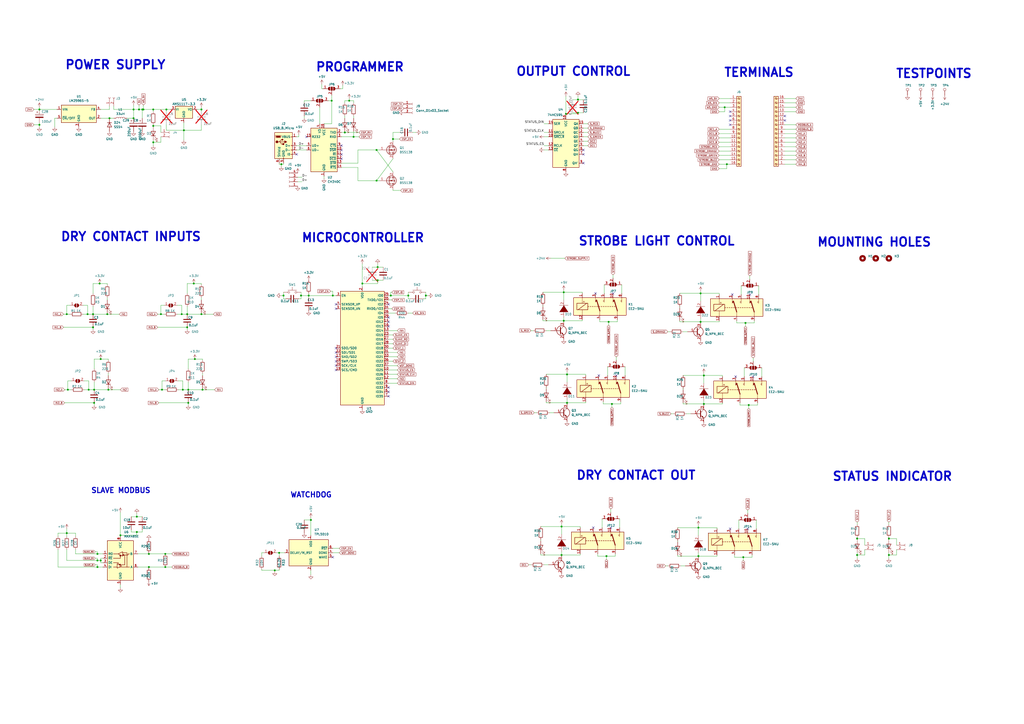
<source format=kicad_sch>
(kicad_sch (version 20231120) (generator "eeschema") (generator_version "8.0")
  (paper "A2")
  (junction (at 53.975 182.245))
  (junction (at 62.865 226.06))
  (junction (at 405.13 306.07))
  (junction (at 108.585 182.245))
  (junction (at 192.405 58.42))
  (junction (at 202.565 58.42))
  (junction (at 205.105 79.375))
  (junction (at 54.61 226.06))
  (junction (at 80.645 63.5))
  (junction (at 406.4 170.18))
  (junction (at 328.93 217.17))
  (junction (at 117.475 226.06))
  (junction (at 179.07 171.45))
  (junction (at 174.625 171.45))
  (junction (at 497.205 321.945))
  (junction (at 218.44 86.995))
  (junction (at 116.84 182.245))
  (junction (at 105.41 182.245))
  (junction (at 50.8 182.245))
  (junction (at 77.47 68.58))
  (junction (at 515.62 312.42))
  (junction (at 405.13 322.58))
  (junction (at 112.395 164.465))
  (junction (at 408.305 234.315))
  (junction (at 351.79 322.58))
  (junction (at 86.36 328.93))
  (junction (at 22.86 63.5))
  (junction (at 116.84 63.5))
  (junction (at 515.62 321.945))
  (junction (at 335.28 57.785))
  (junction (at 93.345 182.245))
  (junction (at 161.925 320.675))
  (junction (at 38.735 309.245))
  (junction (at 106.68 75.565))
  (junction (at 434.34 234.95))
  (junction (at 219.075 154.94))
  (junction (at 62.23 182.245))
  (junction (at 95.885 328.93))
  (junction (at 327.025 186.055))
  (junction (at 497.205 312.42))
  (junction (at 58.42 325.12))
  (junction (at 218.44 104.775))
  (junction (at 58.42 208.28))
  (junction (at 56.515 321.31))
  (junction (at 56.515 328.93))
  (junction (at 193.04 171.45))
  (junction (at 109.22 233.68))
  (junction (at 22.86 72.39))
  (junction (at 77.47 63.5))
  (junction (at 247.015 171.45))
  (junction (at 82.55 63.5))
  (junction (at 432.435 187.325))
  (junction (at 325.755 305.435))
  (junction (at 86.36 321.31))
  (junction (at 38.735 182.245))
  (junction (at 236.855 171.45))
  (junction (at 96.52 63.5))
  (junction (at 420.37 62.23))
  (junction (at 226.695 171.45))
  (junction (at 335.28 65.405))
  (junction (at 328.93 233.68))
  (junction (at 353.06 186.69))
  (junction (at 328.295 66.04))
  (junction (at 79.375 308.61))
  (junction (at 57.785 164.465))
  (junction (at 408.305 217.805))
  (junction (at 210.185 164.465))
  (junction (at 200.025 76.835))
  (junction (at 327.025 169.545))
  (junction (at 113.03 208.28))
  (junction (at 431.165 323.215))
  (junction (at 421.64 95.25))
  (junction (at 180.34 301.625))
  (junction (at 69.85 310.515))
  (junction (at 325.755 321.945))
  (junction (at 219.075 162.56))
  (junction (at 406.4 186.69))
  (junction (at 159.385 330.835))
  (junction (at 164.465 171.45))
  (junction (at 163.195 95.25))
  (junction (at 108.585 189.865))
  (junction (at 63.5 68.58))
  (junction (at 51.435 226.06))
  (junction (at 54.61 233.68))
  (junction (at 227.965 80.645))
  (junction (at 56.515 325.12))
  (junction (at 106.045 226.06))
  (junction (at 88.9 73.025))
  (junction (at 53.975 189.865))
  (junction (at 83.185 63.5))
  (junction (at 354.965 234.315))
  (junction (at 88.9 82.55))
  (junction (at 88.9 63.5))
  (junction (at 95.885 321.31))
  (junction (at 79.375 299.72))
  (junction (at 39.37 226.06))
  (junction (at 109.22 226.06))
  (junction (at 93.98 226.06))
  (no_connect (at 338.455 89.535))
  (no_connect (at 423.545 69.85))
  (no_connect (at 347.345 217.805))
  (no_connect (at 177.8 79.375))
  (no_connect (at 433.705 306.705))
  (no_connect (at 426.72 218.44))
  (no_connect (at 423.545 67.31))
  (no_connect (at 338.455 94.615))
  (no_connect (at 424.815 170.815))
  (no_connect (at 225.425 227.33))
  (no_connect (at 225.425 184.15))
  (no_connect (at 436.88 218.44))
  (no_connect (at 355.6 170.18))
  (no_connect (at 357.505 217.805))
  (no_connect (at 344.17 306.07))
  (no_connect (at 225.425 189.23))
  (no_connect (at 193.04 323.215))
  (no_connect (at 423.545 306.705))
  (no_connect (at 455.295 67.31))
  (no_connect (at 434.975 170.815))
  (no_connect (at 194.945 201.93))
  (no_connect (at 423.545 72.39))
  (no_connect (at 423.545 64.77))
  (no_connect (at 225.425 176.53))
  (no_connect (at 194.945 207.01))
  (no_connect (at 198.12 89.535))
  (no_connect (at 354.33 306.07))
  (no_connect (at 345.44 170.18))
  (no_connect (at 194.945 212.09))
  (no_connect (at 194.945 214.63))
  (no_connect (at 198.12 92.075))
  (no_connect (at 225.425 186.69))
  (no_connect (at 338.455 86.995))
  (no_connect (at 194.945 209.55))
  (no_connect (at 172.085 89.535))
  (no_connect (at 225.425 229.87))
  (no_connect (at 198.12 86.995))
  (no_connect (at 198.12 84.455))
  (no_connect (at 194.945 179.07))
  (no_connect (at 194.945 176.53))
  (no_connect (at 225.425 224.79))
  (no_connect (at 455.295 69.85))
  (no_connect (at 194.945 204.47))
  (wire (pts (xy 38.735 177.165) (xy 38.735 182.245)))
  (wire (pts (xy 116.84 75.565) (xy 106.68 75.565)))
  (wire (pts (xy 417.195 64.77) (xy 420.37 64.77)))
  (wire (pts (xy 193.04 320.675) (xy 196.85 320.675)))
  (wire (pts (xy 116.84 63.5) (xy 114.3 63.5)))
  (wire (pts (xy 79.375 308.61) (xy 82.55 308.61)))
  (wire (pts (xy 309.88 239.395) (xy 311.15 239.395)))
  (wire (pts (xy 338.455 76.835) (xy 340.995 76.835)))
  (wire (pts (xy 36.83 189.865) (xy 53.975 189.865)))
  (wire (pts (xy 347.98 185.42) (xy 347.98 186.69)))
  (wire (pts (xy 93.98 220.98) (xy 93.98 226.06)))
  (wire (pts (xy 408.305 234.315) (xy 408.305 234.95)))
  (wire (pts (xy 316.865 217.17) (xy 328.93 217.17)))
  (wire (pts (xy 315.595 86.995) (xy 318.135 86.995)))
  (wire (pts (xy 359.41 300.99) (xy 359.41 306.07)))
  (wire (pts (xy 187.96 71.755) (xy 192.405 71.755)))
  (wire (pts (xy 56.515 325.12) (xy 58.42 325.12)))
  (wire (pts (xy 439.42 233.68) (xy 439.42 234.95)))
  (wire (pts (xy 179.07 170.18) (xy 179.07 171.45)))
  (wire (pts (xy 434.975 160.02) (xy 434.975 161.925)))
  (wire (pts (xy 95.885 321.31) (xy 99.695 321.31)))
  (wire (pts (xy 245.745 173.355) (xy 247.015 173.355)))
  (wire (pts (xy 351.79 322.58) (xy 351.79 324.485)))
  (wire (pts (xy 227.965 80.645) (xy 231.775 80.645)))
  (wire (pts (xy 106.045 226.06) (xy 109.22 226.06)))
  (wire (pts (xy 520.065 312.42) (xy 515.62 312.42)))
  (wire (pts (xy 202.565 58.42) (xy 205.105 58.42)))
  (wire (pts (xy 515.62 312.42) (xy 515.62 313.055)))
  (wire (pts (xy 236.855 181.61) (xy 239.395 181.61)))
  (wire (pts (xy 187.96 102.235) (xy 187.96 103.505)))
  (wire (pts (xy 393.065 321.945) (xy 393.065 322.58)))
  (wire (pts (xy 116.84 172.72) (xy 116.84 173.99)))
  (wire (pts (xy 347.98 186.69) (xy 353.06 186.69)))
  (wire (pts (xy 313.69 321.31) (xy 313.69 321.945)))
  (wire (pts (xy 172.085 86.995) (xy 177.8 86.995)))
  (wire (pts (xy 172.72 102.87) (xy 175.26 102.87)))
  (wire (pts (xy 520.065 321.945) (xy 515.62 321.945)))
  (wire (pts (xy 219.075 162.56) (xy 219.075 164.465)))
  (wire (pts (xy 219.075 164.465) (xy 210.185 164.465)))
  (wire (pts (xy 66.04 63.5) (xy 77.47 63.5)))
  (wire (pts (xy 103.505 220.98) (xy 106.045 220.98)))
  (wire (pts (xy 58.42 63.5) (xy 63.5 63.5)))
  (wire (pts (xy 96.52 75.565) (xy 106.68 75.565)))
  (wire (pts (xy 325.755 321.945) (xy 325.755 322.58)))
  (wire (pts (xy 180.34 300.355) (xy 180.34 301.625)))
  (wire (pts (xy 328.93 233.68) (xy 328.93 234.315)))
  (wire (pts (xy 354.33 295.275) (xy 354.33 297.18)))
  (wire (pts (xy 351.79 322.58) (xy 356.87 322.58)))
  (wire (pts (xy 69.85 339.09) (xy 69.85 340.995)))
  (wire (pts (xy 219.075 162.56) (xy 222.25 162.56)))
  (wire (pts (xy 205.105 79.375) (xy 208.28 79.375)))
  (wire (pts (xy 360.68 165.1) (xy 360.68 170.18)))
  (wire (pts (xy 319.405 149.86) (xy 327.66 149.86)))
  (wire (pts (xy 396.24 234.315) (xy 408.305 234.315)))
  (wire (pts (xy 225.425 173.99) (xy 227.33 173.99)))
  (wire (pts (xy 116.84 62.23) (xy 116.84 63.5)))
  (wire (pts (xy 455.295 92.71) (xy 461.645 92.71)))
  (wire (pts (xy 328.295 55.88) (xy 328.295 66.04)))
  (wire (pts (xy 336.55 321.945) (xy 336.55 321.31)))
  (wire (pts (xy 332.105 65.405) (xy 335.28 65.405)))
  (wire (pts (xy 93.345 82.55) (xy 88.9 82.55)))
  (wire (pts (xy 248.285 171.45) (xy 247.015 171.45)))
  (wire (pts (xy 210.185 153.035) (xy 210.185 164.465)))
  (wire (pts (xy 335.28 57.785) (xy 338.455 57.785)))
  (wire (pts (xy 396.24 192.405) (xy 398.78 192.405)))
  (wire (pts (xy 164.465 173.355) (xy 164.465 171.45)))
  (wire (pts (xy 200.025 59.69) (xy 200.025 58.42)))
  (wire (pts (xy 41.275 220.98) (xy 39.37 220.98)))
  (wire (pts (xy 93.98 226.06) (xy 95.885 226.06)))
  (wire (pts (xy 200.025 76.2) (xy 200.025 76.835)))
  (wire (pts (xy 57.785 164.465) (xy 53.975 164.465)))
  (wire (pts (xy 77.47 63.5) (xy 77.47 68.58)))
  (wire (pts (xy 417.195 170.18) (xy 417.195 170.815)))
  (wire (pts (xy 93.345 79.375) (xy 93.345 82.55)))
  (wire (pts (xy 325.755 320.04) (xy 325.755 321.945)))
  (wire (pts (xy 515.62 320.675) (xy 515.62 321.945)))
  (wire (pts (xy 205.105 58.42) (xy 205.105 59.69)))
  (wire (pts (xy 192.405 55.245) (xy 192.405 58.42)))
  (wire (pts (xy 62.23 182.245) (xy 69.215 182.245)))
  (wire (pts (xy 394.335 170.18) (xy 406.4 170.18)))
  (wire (pts (xy 53.975 189.865) (xy 53.975 191.135)))
  (wire (pts (xy 215.9 162.56) (xy 219.075 162.56)))
  (wire (pts (xy 93.345 73.025) (xy 88.9 73.025)))
  (wire (pts (xy 431.165 323.215) (xy 431.165 325.12)))
  (wire (pts (xy 198.755 49.53) (xy 198.755 51.435)))
  (wire (pts (xy 405.13 306.07) (xy 405.13 304.8)))
  (wire (pts (xy 159.385 330.835) (xy 159.385 331.47)))
  (wire (pts (xy 219.075 154.94) (xy 222.25 154.94)))
  (wire (pts (xy 225.425 212.09) (xy 230.505 212.09)))
  (wire (pts (xy 314.96 185.42) (xy 314.96 186.055)))
  (wire (pts (xy 76.2 307.34) (xy 76.2 308.61)))
  (wire (pts (xy 431.165 323.215) (xy 436.245 323.215)))
  (wire (pts (xy 398.145 240.03) (xy 400.685 240.03)))
  (wire (pts (xy 328.93 231.775) (xy 328.93 233.68)))
  (wire (pts (xy 427.355 187.325) (xy 432.435 187.325)))
  (wire (pts (xy 406.4 186.69) (xy 417.195 186.69)))
  (wire (pts (xy 335.28 65.405) (xy 338.455 65.405)))
  (wire (pts (xy 313.69 313.055) (xy 313.69 313.69)))
  (wire (pts (xy 62.865 225.425) (xy 62.865 226.06)))
  (wire (pts (xy 338.455 71.755) (xy 340.995 71.755)))
  (wire (pts (xy 352.425 212.725) (xy 352.425 217.805)))
  (wire (pts (xy 315.595 79.375) (xy 318.135 79.375)))
  (wire (pts (xy 69.85 297.18) (xy 69.85 310.515)))
  (wire (pts (xy 427.355 186.055) (xy 427.355 187.325)))
  (wire (pts (xy 421.64 97.79) (xy 421.64 95.25)))
  (wire (pts (xy 226.695 169.545) (xy 226.695 171.45)))
  (wire (pts (xy 406.4 186.69) (xy 406.4 187.325)))
  (wire (pts (xy 455.295 77.47) (xy 461.645 77.47)))
  (wire (pts (xy 108.585 189.865) (xy 108.585 191.135)))
  (wire (pts (xy 362.585 212.725) (xy 362.585 217.805)))
  (wire (pts (xy 22.86 63.5) (xy 33.02 63.5)))
  (wire (pts (xy 33.655 311.15) (xy 33.655 309.245)))
  (wire (pts (xy 112.395 164.465) (xy 116.84 164.465)))
  (wire (pts (xy 173.355 173.355) (xy 174.625 173.355)))
  (wire (pts (xy 19.685 72.39) (xy 22.86 72.39)))
  (wire (pts (xy 93.345 76.835) (xy 93.345 73.025)))
  (wire (pts (xy 58.42 323.85) (xy 58.42 325.12)))
  (wire (pts (xy 313.69 321.945) (xy 325.755 321.945)))
  (wire (pts (xy 205.105 76.2) (xy 205.105 79.375)))
  (wire (pts (xy 200.025 76.835) (xy 208.28 76.835)))
  (wire (pts (xy 56.515 320.04) (xy 56.515 321.31)))
  (wire (pts (xy 405.13 320.675) (xy 405.13 322.58)))
  (wire (pts (xy 54.61 221.615) (xy 54.61 226.06)))
  (wire (pts (xy 88.9 63.5) (xy 88.9 64.77)))
  (wire (pts (xy 455.295 95.25) (xy 461.645 95.25)))
  (wire (pts (xy 406.4 170.18) (xy 406.4 174.625)))
  (wire (pts (xy 426.085 321.945) (xy 426.085 323.215)))
  (wire (pts (xy 455.295 64.77) (xy 461.645 64.77)))
  (wire (pts (xy 176.53 58.42) (xy 180.34 58.42)))
  (wire (pts (xy 193.04 168.91) (xy 193.04 171.45)))
  (wire (pts (xy 455.295 72.39) (xy 461.645 72.39)))
  (wire (pts (xy 207.645 86.995) (xy 218.44 86.995)))
  (wire (pts (xy 327.025 169.545) (xy 327.025 168.275)))
  (wire (pts (xy 417.195 57.15) (xy 423.545 57.15)))
  (wire (pts (xy 325.755 305.435) (xy 325.755 304.165)))
  (wire (pts (xy 207.645 104.775) (xy 218.44 104.775)))
  (wire (pts (xy 354.965 234.315) (xy 360.045 234.315)))
  (wire (pts (xy 54.61 226.06) (xy 62.865 226.06)))
  (wire (pts (xy 236.855 169.545) (xy 236.855 171.45)))
  (wire (pts (xy 58.42 68.58) (xy 63.5 68.58)))
  (wire (pts (xy 314.96 169.545) (xy 327.025 169.545)))
  (wire (pts (xy 419.1 217.805) (xy 419.1 218.44)))
  (wire (pts (xy 394.97 328.295) (xy 397.51 328.295)))
  (wire (pts (xy 438.785 301.625) (xy 438.785 306.705)))
  (wire (pts (xy 109.22 208.28) (xy 109.22 213.995)))
  (wire (pts (xy 176.53 68.58) (xy 176.53 67.31)))
  (wire (pts (xy 338.455 74.295) (xy 340.995 74.295)))
  (wire (pts (xy 417.195 77.47) (xy 423.545 77.47)))
  (wire (pts (xy 315.595 327.66) (xy 318.135 327.66)))
  (wire (pts (xy 106.68 75.565) (xy 106.68 81.28)))
  (wire (pts (xy 338.455 84.455) (xy 340.995 84.455)))
  (wire (pts (xy 38.735 325.12) (xy 56.515 325.12)))
  (wire (pts (xy 165.735 173.355) (xy 164.465 173.355)))
  (wire (pts (xy 434.34 234.95) (xy 439.42 234.95)))
  (wire (pts (xy 48.895 226.06) (xy 51.435 226.06)))
  (wire (pts (xy 82.55 68.58) (xy 82.55 63.5)))
  (wire (pts (xy 349.885 233.045) (xy 349.885 234.315)))
  (wire (pts (xy 86.36 328.93) (xy 95.885 328.93)))
  (wire (pts (xy 172.72 105.41) (xy 175.26 105.41)))
  (wire (pts (xy 102.87 182.245) (xy 105.41 182.245)))
  (wire (pts (xy 501.65 321.945) (xy 497.205 321.945)))
  (wire (pts (xy 408.305 217.805) (xy 408.305 222.25)))
  (wire (pts (xy 193.04 318.135) (xy 196.85 318.135)))
  (wire (pts (xy 91.44 189.865) (xy 108.585 189.865)))
  (wire (pts (xy 56.515 328.93) (xy 59.69 328.93)))
  (wire (pts (xy 43.815 321.31) (xy 56.515 321.31)))
  (wire (pts (xy 86.36 321.31) (xy 86.36 320.675)))
  (wire (pts (xy 408.305 217.805) (xy 408.305 216.535)))
  (wire (pts (xy 316.865 191.77) (xy 319.405 191.77)))
  (wire (pts (xy 355.6 159.385) (xy 355.6 161.29)))
  (wire (pts (xy 37.465 233.68) (xy 54.61 233.68)))
  (wire (pts (xy 36.83 182.245) (xy 38.735 182.245)))
  (wire (pts (xy 417.195 59.69) (xy 423.545 59.69)))
  (wire (pts (xy 441.96 213.36) (xy 441.96 218.44)))
  (wire (pts (xy 328.93 217.17) (xy 339.725 217.17)))
  (wire (pts (xy 193.04 171.45) (xy 194.945 171.45)))
  (wire (pts (xy 200.025 58.42) (xy 202.565 58.42)))
  (wire (pts (xy 53.975 182.245) (xy 62.23 182.245)))
  (wire (pts (xy 33.655 309.245) (xy 38.735 309.245)))
  (wire (pts (xy 180.34 330.835) (xy 180.34 333.375)))
  (wire (pts (xy 225.425 179.07) (xy 227.33 179.07)))
  (wire (pts (xy 231.775 76.835) (xy 227.965 76.835)))
  (wire (pts (xy 58.42 208.28) (xy 54.61 208.28)))
  (wire (pts (xy 38.735 309.245) (xy 43.815 309.245)))
  (wire (pts (xy 108.585 177.8) (xy 108.585 182.245)))
  (wire (pts (xy 92.075 233.68) (xy 109.22 233.68)))
  (wire (pts (xy 440.055 165.735) (xy 440.055 170.815)))
  (wire (pts (xy 192.405 58.42) (xy 190.5 58.42)))
  (wire (pts (xy 426.085 323.215) (xy 431.165 323.215)))
  (wire (pts (xy 415.925 322.58) (xy 415.925 321.945)))
  (wire (pts (xy 31.75 68.58) (xy 31.75 73.66)))
  (wire (pts (xy 408.305 232.41) (xy 408.305 234.315)))
  (wire (pts (xy 37.465 226.06) (xy 39.37 226.06)))
  (wire (pts (xy 161.925 330.2) (xy 161.925 330.835)))
  (wire (pts (xy 160.655 320.675) (xy 161.925 320.675)))
  (wire (pts (xy 417.195 95.25) (xy 421.64 95.25)))
  (wire (pts (xy 93.345 182.245) (xy 95.25 182.245)))
  (wire (pts (xy 59.69 323.85) (xy 58.42 323.85)))
  (wire (pts (xy 117.475 226.06) (xy 124.46 226.06)))
  (wire (pts (xy 225.425 222.25) (xy 230.505 222.25)))
  (wire (pts (xy 113.03 208.28) (xy 117.475 208.28)))
  (wire (pts (xy 80.01 321.31) (xy 86.36 321.31)))
  (wire (pts (xy 236.855 173.355) (xy 238.125 173.355)))
  (wire (pts (xy 455.295 82.55) (xy 461.645 82.55)))
  (wire (pts (xy 357.505 207.01) (xy 357.505 208.915)))
  (wire (pts (xy 186.69 51.435) (xy 187.325 51.435)))
  (wire (pts (xy 83.185 63.5) (xy 88.9 63.5)))
  (wire (pts (xy 406.4 184.785) (xy 406.4 186.69)))
  (wire (pts (xy 417.195 92.71) (xy 423.545 92.71)))
  (wire (pts (xy 315.595 71.755) (xy 318.135 71.755)))
  (wire (pts (xy 432.435 187.325) (xy 437.515 187.325)))
  (wire (pts (xy 429.26 233.68) (xy 429.26 234.95)))
  (wire (pts (xy 202.565 57.15) (xy 202.565 58.42)))
  (wire (pts (xy 116.84 164.465) (xy 116.84 165.1)))
  (wire (pts (xy 394.335 186.69) (xy 406.4 186.69)))
  (wire (pts (xy 455.295 74.93) (xy 461.645 74.93)))
  (wire (pts (xy 455.295 90.17) (xy 461.645 90.17)))
  (wire (pts (xy 417.195 90.17) (xy 423.545 90.17)))
  (wire (pts (xy 497.205 321.945) (xy 497.205 323.85)))
  (wire (pts (xy 164.465 94.615) (xy 164.465 95.25)))
  (wire (pts (xy 58.42 325.12) (xy 58.42 326.39)))
  (wire (pts (xy 219.075 153.035) (xy 219.075 154.94)))
  (wire (pts (xy 96.52 63.5) (xy 96.52 64.77)))
  (wire (pts (xy 88.9 73.025) (xy 88.9 73.66)))
  (wire (pts (xy 327.025 184.15) (xy 327.025 186.055)))
  (wire (pts (xy 346.71 321.31) (xy 346.71 322.58)))
  (wire (pts (xy 225.425 217.17) (xy 230.505 217.17)))
  (wire (pts (xy 227.965 110.49) (xy 227.965 109.855)))
  (wire (pts (xy 417.195 80.01) (xy 423.545 80.01)))
  (wire (pts (xy 455.295 87.63) (xy 461.645 87.63)))
  (wire (pts (xy 163.195 95.25) (xy 163.195 96.52)))
  (wire (pts (xy 417.195 87.63) (xy 423.545 87.63)))
  (wire (pts (xy 396.24 225.425) (xy 396.24 226.06)))
  (wire (pts (xy 227.965 76.835) (xy 227.965 80.645)))
  (wire (pts (xy 54.61 233.68) (xy 54.61 234.95)))
  (wire (pts (xy 83.185 60.96) (xy 83.185 63.5)))
  (wire (pts (xy 80.645 63.5) (xy 82.55 63.5)))
  (wire (pts (xy 88.9 63.5) (xy 96.52 63.5)))
  (wire (pts (xy 338.455 79.375) (xy 340.995 79.375)))
  (wire (pts (xy 335.28 65.405) (xy 335.28 66.04)))
  (wire (pts (xy 109.22 221.615) (xy 109.22 226.06)))
  (wire (pts (xy 53.975 177.8) (xy 53.975 182.245)))
  (wire (pts (xy 63.5 63.5) (xy 63.5 61.595)))
  (wire (pts (xy 318.77 239.395) (xy 321.31 239.395)))
  (wire (pts (xy 106.68 71.12) (xy 106.68 75.565)))
  (wire (pts (xy 62.865 216.535) (xy 62.865 217.805)))
  (wire (pts (xy 337.82 186.055) (xy 337.82 185.42)))
  (wire (pts (xy 109.22 233.68) (xy 109.22 234.95)))
  (wire (pts (xy 236.855 171.45) (xy 226.695 171.45)))
  (wire (pts (xy 88.9 72.39) (xy 88.9 73.025)))
  (wire (pts (xy 180.34 301.625) (xy 180.34 310.515)))
  (wire (pts (xy 225.425 214.63) (xy 230.505 214.63)))
  (wire (pts (xy 33.02 68.58) (xy 31.75 68.58)))
  (wire (pts (xy 48.26 177.165) (xy 50.8 177.165)))
  (wire (pts (xy 116.84 72.39) (xy 116.84 75.565)))
  (wire (pts (xy 191.77 168.91) (xy 193.04 168.91)))
  (wire (pts (xy 353.06 186.69) (xy 358.14 186.69)))
  (wire (pts (xy 151.765 330.2) (xy 151.765 330.835)))
  (wire (pts (xy 394.335 186.055) (xy 394.335 186.69)))
  (wire (pts (xy 501.65 316.23) (xy 501.65 312.42)))
  (wire (pts (xy 497.205 312.42) (xy 497.205 313.055)))
  (wire (pts (xy 353.06 186.69) (xy 353.06 188.595)))
  (wire (pts (xy 58.42 208.28) (xy 62.865 208.28)))
  (wire (pts (xy 455.295 59.69) (xy 461.645 59.69)))
  (wire (pts (xy 91.44 182.245) (xy 93.345 182.245)))
  (wire (pts (xy 428.625 301.625) (xy 428.625 306.705)))
  (wire (pts (xy 349.25 300.99) (xy 349.25 306.07)))
  (wire (pts (xy 455.295 57.15) (xy 461.645 57.15)))
  (wire (pts (xy 350.52 165.1) (xy 350.52 170.18)))
  (wire (pts (xy 165.1 320.675) (xy 161.925 320.675)))
  (wire (pts (xy 79.375 297.815) (xy 79.375 299.72)))
  (wire (pts (xy 501.65 312.42) (xy 497.205 312.42)))
  (wire (pts (xy 315.595 84.455) (xy 318.135 84.455)))
  (wire (pts (xy 172.085 84.455) (xy 177.8 84.455)))
  (wire (pts (xy 501.65 318.77) (xy 501.65 321.945)))
  (wire (pts (xy 225.425 194.31) (xy 227.965 194.31)))
  (wire (pts (xy 437.515 186.055) (xy 437.515 187.325)))
  (wire (pts (xy 77.47 63.5) (xy 80.645 63.5)))
  (wire (pts (xy 247.015 169.545) (xy 247.015 171.45)))
  (wire (pts (xy 40.64 177.165) (xy 38.735 177.165)))
  (wire (pts (xy 349.885 234.315) (xy 354.965 234.315)))
  (wire (pts (xy 354.965 234.315) (xy 354.965 236.22)))
  (wire (pts (xy 393.065 306.07) (xy 405.13 306.07)))
  (wire (pts (xy 436.245 321.945) (xy 436.245 323.215)))
  (wire (pts (xy 172.085 79.375) (xy 173.355 79.375)))
  (wire (pts (xy 226.695 171.45) (xy 225.425 171.45)))
  (wire (pts (xy 328.93 217.17) (xy 328.93 221.615)))
  (wire (pts (xy 455.295 62.23) (xy 461.645 62.23)))
  (wire (pts (xy 58.42 326.39) (xy 59.69 326.39)))
  (wire (pts (xy 33.655 328.93) (xy 56.515 328.93)))
  (wire (pts (xy 116.84 182.245) (xy 123.825 182.245)))
  (wire (pts (xy 39.37 226.06) (xy 41.275 226.06)))
  (wire (pts (xy 93.345 177.165) (xy 93.345 182.245)))
  (wire (pts (xy 405.13 306.07) (xy 415.925 306.07)))
  (wire (pts (xy 396.24 233.68) (xy 396.24 234.315)))
  (wire (pts (xy 434.34 234.95) (xy 434.34 236.855)))
  (wire (pts (xy 179.07 171.45) (xy 193.04 171.45)))
  (wire (pts (xy 417.195 186.69) (xy 417.195 186.055)))
  (wire (pts (xy 76.2 308.61) (xy 79.375 308.61)))
  (wire (pts (xy 520.065 318.77) (xy 520.065 321.945)))
  (wire (pts (xy 405.13 322.58) (xy 415.925 322.58)))
  (wire (pts (xy 205.105 67.31) (xy 205.105 68.58)))
  (wire (pts (xy 48.895 220.98) (xy 51.435 220.98)))
  (wire (pts (xy 225.425 181.61) (xy 229.235 181.61)))
  (wire (pts (xy 113.03 208.28) (xy 109.22 208.28)))
  (wire (pts (xy 389.255 240.03) (xy 390.525 240.03)))
  (wire (pts (xy 164.465 171.45) (xy 164.465 169.545)))
  (wire (pts (xy 313.69 305.435) (xy 325.755 305.435)))
  (wire (pts (xy 218.44 104.775) (xy 220.345 104.775)))
  (wire (pts (xy 497.205 302.895) (xy 497.205 304.165)))
  (wire (pts (xy 161.925 95.25) (xy 163.195 95.25)))
  (wire (pts (xy 33.655 318.77) (xy 33.655 328.93)))
  (wire (pts (xy 429.26 234.95) (xy 434.34 234.95)))
  (wire (pts (xy 227.965 99.695) (xy 218.44 86.995)))
  (wire (pts (xy 92.075 226.06) (xy 93.98 226.06)))
  (wire (pts (xy 316.865 224.79) (xy 316.865 225.425)))
  (wire (pts (xy 102.87 177.165) (xy 105.41 177.165)))
  (wire (pts (xy 227.33 169.545) (xy 226.695 169.545)))
  (wire (pts (xy 79.375 310.515) (xy 79.375 308.61)))
  (wire (pts (xy 314.96 177.165) (xy 314.96 177.8)))
  (wire (pts (xy 77.47 60.96) (xy 77.47 63.5)))
  (wire (pts (xy 69.85 310.515) (xy 69.85 311.15)))
  (wire (pts (xy 80.645 60.96) (xy 80.645 63.5)))
  (wire (pts (xy 393.065 313.69) (xy 393.065 314.325)))
  (wire (pts (xy 38.735 306.705) (xy 38.735 309.245)))
  (wire (pts (xy 56.515 323.85) (xy 56.515 325.12)))
  (wire (pts (xy 176.53 301.625) (xy 180.34 301.625)))
  (wire (pts (xy 55.245 323.85) (xy 56.515 323.85)))
  (wire (pts (xy 174.625 173.355) (xy 174.625 171.45)))
  (wire (pts (xy 339.725 233.68) (xy 339.725 233.045)))
  (wire (pts (xy 174.625 171.45) (xy 179.07 171.45)))
  (wire (pts (xy 432.435 187.325) (xy 432.435 189.23)))
  (wire (pts (xy 66.04 61.595) (xy 66.04 63.5)))
  (wire (pts (xy 210.185 164.465) (xy 210.185 166.37)))
  (wire (pts (xy 396.24 217.805) (xy 408.305 217.805)))
  (wire (pts (xy 62.23 181.61) (xy 62.23 182.245)))
  (wire (pts (xy 151.765 320.675) (xy 153.035 320.675)))
  (wire (pts (xy 393.065 322.58) (xy 405.13 322.58)))
  (wire (pts (xy 386.08 328.295) (xy 387.35 328.295)))
  (wire (pts (xy 174.625 171.45) (xy 174.625 169.545)))
  (wire (pts (xy 96.52 72.39) (xy 96.52 75.565)))
  (wire (pts (xy 328.93 233.68) (xy 339.725 233.68)))
  (wire (pts (xy 73.66 68.58) (xy 77.47 68.58)))
  (wire (pts (xy 497.205 311.785) (xy 497.205 312.42)))
  (wire (pts (xy 56.515 321.31) (xy 59.69 321.31)))
  (wire (pts (xy 225.425 204.47) (xy 230.505 204.47)))
  (wire (pts (xy 408.305 217.805) (xy 419.1 217.805)))
  (wire (pts (xy 19.685 63.5) (xy 22.86 63.5)))
  (wire (pts (xy 62.865 208.28) (xy 62.865 208.915)))
  (wire (pts (xy 236.855 171.45) (xy 236.855 173.355)))
  (wire (pts (xy 116.84 181.61) (xy 116.84 182.245)))
  (wire (pts (xy 200.025 67.31) (xy 200.025 68.58)))
  (wire (pts (xy 198.755 51.435) (xy 197.485 51.435)))
  (wire (pts (xy 95.885 328.93) (xy 99.695 328.93)))
  (wire (pts (xy 117.475 208.28) (xy 117.475 208.915)))
  (wire (pts (xy 417.195 85.09) (xy 423.545 85.09)))
  (wire (pts (xy 62.23 172.72) (xy 62.23 173.99)))
  (wire (pts (xy 316.865 233.045) (xy 316.865 233.68)))
  (wire (pts (xy 159.385 330.835) (xy 161.925 330.835)))
  (wire (pts (xy 106.045 220.98) (xy 106.045 226.06)))
  (wire (pts (xy 105.41 182.245) (xy 108.585 182.245)))
  (wire (pts (xy 225.425 199.39) (xy 227.965 199.39)))
  (wire (pts (xy 227.965 92.075) (xy 218.44 104.775)))
  (wire (pts (xy 50.8 177.165) (xy 50.8 182.245)))
  (wire (pts (xy 39.37 220.98) (xy 39.37 226.06)))
  (wire (pts (xy 95.885 220.98) (xy 93.98 220.98)))
  (wire (pts (xy 405.13 306.07) (xy 405.13 310.515)))
  (wire (pts (xy 163.195 171.45) (xy 164.465 171.45)))
  (wire (pts (xy 116.84 63.5) (xy 116.84 64.77)))
  (wire (pts (xy 53.975 164.465) (xy 53.975 170.18)))
  (wire (pts (xy 51.435 220.98) (xy 51.435 226.06)))
  (wire (pts (xy 56.515 327.66) (xy 56.515 328.93)))
  (wire (pts (xy 225.425 207.01) (xy 230.505 207.01)))
  (wire (pts (xy 239.395 76.835) (xy 241.3 76.835)))
  (wire (pts (xy 436.88 207.645) (xy 436.88 209.55)))
  (wire (pts (xy 417.195 62.23) (xy 420.37 62.23)))
  (wire (pts (xy 215.9 154.94) (xy 219.075 154.94)))
  (wire (pts (xy 22.86 72.39) (xy 22.86 73.66)))
  (wire (pts (xy 338.455 81.915) (xy 340.995 81.915)))
  (wire (pts (xy 63.5 68.58) (xy 66.04 68.58)))
  (wire (pts (xy 57.785 164.465) (xy 62.23 164.465)))
  (wire (pts (xy 339.725 217.17) (xy 339.725 217.805)))
  (wire (pts (xy 421.64 95.25) (xy 423.545 95.25)))
  (wire (pts (xy 38.735 182.245) (xy 40.64 182.245)))
  (wire (pts (xy 497.205 320.675) (xy 497.205 321.945)))
  (wire (pts (xy 225.425 191.77) (xy 230.505 191.77)))
  (wire (pts (xy 108.585 182.245) (xy 116.84 182.245)))
  (wire (pts (xy 82.55 308.61) (xy 82.55 307.34)))
  (wire (pts (xy 307.975 191.77) (xy 309.245 191.77)))
  (wire (pts (xy 328.295 66.04) (xy 328.295 66.675)))
  (wire (pts (xy 151.765 322.58) (xy 151.765 320.675)))
  (wire (pts (xy 54.61 208.28) (xy 54.61 213.995)))
  (wire (pts (xy 82.55 63.5) (xy 83.185 63.5)))
  (wire (pts (xy 325.755 305.435) (xy 325.755 309.88)))
  (wire (pts (xy 327.025 169.545) (xy 337.82 169.545)))
  (wire (pts (xy 360.045 233.045) (xy 360.045 234.315)))
  (wire (pts (xy 433.705 295.91) (xy 433.705 297.815)))
  (wire (pts (xy 69.85 310.515) (xy 79.375 310.515)))
  (wire (pts (xy 455.295 85.09) (xy 461.645 85.09)))
  (wire (pts (xy 62.865 226.06) (xy 69.85 226.06)))
  (wire (pts (xy 176.53 59.69) (xy 176.53 58.42)))
  (wire (pts (xy 198.12 94.615) (xy 207.645 94.615)))
  (wire (pts (xy 173.355 79.375) (xy 173.355 78.105)))
  (wire (pts (xy 225.425 196.85) (xy 227.965 196.85)))
  (wire (pts (xy 103.505 226.06) (xy 106.045 226.06)))
  (wire (pts (xy 22.86 71.12) (xy 22.86 72.39)))
  (wire (pts (xy 22.86 62.23) (xy 22.86 63.5)))
  (wire (pts (xy 48.26 182.245) (xy 50.8 182.245)))
  (wire (pts (xy 88.9 81.28) (xy 88.9 82.55)))
  (wire (pts (xy 207.645 97.155) (xy 207.645 104.775)))
  (wire (pts (xy 335.28 55.88) (xy 335.28 57.785)))
  (wire (pts (xy 358.14 185.42) (xy 358.14 186.69)))
  (wire (pts (xy 218.44 86.995) (xy 220.345 86.995)))
  (wire (pts (xy 394.335 177.8) (xy 394.335 178.435)))
  (wire (pts (xy 96.52 63.5) (xy 99.06 63.5)))
  (wire (pts (xy 387.35 192.405) (xy 388.62 192.405)))
  (wire (pts (xy 163.195 95.25) (xy 164.465 95.25)))
  (wire (pts (xy 86.36 321.31) (xy 95.885 321.31)))
  (wire (pts (xy 86.36 328.93) (xy 86.36 329.565)))
  (wire (pts (xy 198.12 97.155) (xy 207.645 97.155)))
  (wire (pts (xy 327.025 169.545) (xy 327.025 173.99)))
  (wire (pts (xy 88.9 82.55) (xy 88.9 84.455)))
  (wire (pts (xy 109.22 226.06) (xy 117.475 226.06)))
  (wire (pts (xy 408.305 234.315) (xy 419.1 234.315)))
  (wire (pts (xy 225.425 219.71) (xy 230.505 219.71)))
  (wire (pts (xy 55.245 327.66) (xy 56.515 327.66)))
  (wire (pts (xy 325.755 305.435) (xy 336.55 305.435)))
  (wire (pts (xy 232.41 110.49) (xy 227.965 110.49)))
  (wire (pts (xy 420.37 64.77) (xy 420.37 62.23)))
  (wire (pts (xy 247.015 171.45) (xy 247.015 173.355)))
  (wire (pts (xy 520.065 316.23) (xy 520.065 312.42)))
  (wire (pts (xy 417.195 82.55) (xy 423.545 82.55)))
  (wire (pts (xy 225.425 209.55) (xy 227.965 209.55)))
  (wire (pts (xy 192.405 58.42) (xy 192.405 71.755)))
  (wire (pts (xy 405.13 322.58) (xy 405.13 323.215)))
  (wire (pts (xy 415.925 306.07) (xy 415.925 306.705)))
  (wire (pts (xy 336.55 305.435) (xy 336.55 306.07)))
  (wire (pts (xy 417.195 74.93) (xy 423.545 74.93)))
  (wire (pts (xy 151.765 330.835) (xy 159.385 330.835)))
  (wire (pts (xy 117.475 216.535) (xy 117.475 217.805)))
  (wire (pts (xy 185.42 62.23) (xy 185.42 71.755)))
  (wire (pts (xy 406.4 170.18) (xy 406.4 168.91)))
  (wire (pts (xy 95.25 177.165) (xy 93.345 177.165)))
  (wire (pts (xy 50.8 182.245) (xy 53.975 182.245)))
  (wire (pts (xy 55.245 320.04) (xy 56.515 320.04)))
  (wire (pts (xy 51.435 226.06) (xy 54.61 226.06)))
  (wire (pts (xy 62.23 164.465) (xy 62.23 165.1)))
  (wire (pts (xy 161.925 320.675) (xy 161.925 322.58)))
  (wire (pts (xy 337.82 169.545) (xy 337.82 170.18)))
  (wire (pts (xy 186.69 48.895) (xy 186.69 51.435)))
  (wire (pts (xy 346.71 322.58) (xy 351.79 322.58)))
  (wire (pts (xy 79.375 299.72) (xy 82.55 299.72)))
  (wire (pts (xy 112.395 164.465) (xy 108.585 164.465)))
  (wire (pts (xy 38.735 318.77) (xy 38.735 325.12)))
  (wire (pts (xy 455.295 80.01) (xy 461.645 80.01)))
  (wire (pts (xy 227.965 81.915) (xy 227.965 80.645)))
  (wire (pts (xy 316.865 233.68) (xy 328.93 233.68)))
  (wire (pts (xy 108.585 164.465) (xy 108.585 170.18)))
  (wire (pts (xy 429.895 165.735) (xy 429.895 170.815)))
  (wire (pts (xy 43.815 318.77) (xy 43.815 321.31)))
  (wire (pts (xy 325.755 321.945) (xy 336.55 321.945)))
  (wire (pts (xy 80.01 328.93) (xy 86.36 328.93)))
  (wire (pts (xy 179.07 171.45) (xy 179.07 172.72)))
  (wire (pts (xy 515.62 321.945) (xy 515.62 323.85)))
  (wire (pts (xy 198.12 79.375) (xy 205.105 79.375)))
  (wire (pts (xy 431.8 213.36) (xy 431.8 218.44)))
  (wire (pts (xy 515.62 302.895) (xy 515.62 304.165)))
  (wire (pts (xy 225.425 201.93) (xy 227.965 201.93)))
  (wire (pts (xy 117.475 225.425) (xy 117.475 226.06)))
  (wire (pts (xy 76.2 299.72) (xy 79.375 299.72)))
  (wire (pts (xy 332.105 57.785) (xy 335.28 57.785)))
  (wire (pts (xy 419.1 234.315) (xy 419.1 233.68)))
  (wire (pts (xy 38.735 309.245) (xy 38.735 311.15)))
  (wire (pts (xy 406.4 170.18) (xy 417.195 170.18)))
  (wire (pts (xy 306.705 327.66) (xy 307.975 327.66)))
  (wire (pts (xy 314.96 186.055) (xy 327.025 186.055)))
  (wire (pts (xy 315.595 76.835) (xy 318.135 76.835)))
  (wire (pts (xy 327.025 186.055) (xy 337.82 186.055)))
  (wire (pts (xy 515.62 311.785) (xy 515.62 312.42)))
  (wire (pts (xy 356.87 321.31) (xy 356.87 322.58)))
  (wire (pts (xy 43.815 309.245) (xy 43.815 311.15)))
  (wire (pts (xy 327.025 186.055) (xy 327.025 186.69)))
  (wire (pts (xy 417.195 97.79) (xy 421.64 97.79)))
  (wire (pts (xy 161.925 94.615) (xy 161.925 95.25)))
  (wire (pts (xy 105.41 177.165) (xy 105.41 182.245)))
  (wire (pts (xy 198.12 76.835) (xy 200.025 76.835)))
  (wire (pts (xy 420.37 62.23) (xy 423.545 62.23)))
  (wire (pts (xy 328.93 217.17) (xy 328.93 215.9)))
  (wire (pts (xy 335.28 66.04) (xy 328.295 66.04)))
  (wire (pts (xy 207.645 86.995) (xy 207.645 94.615)))
  (text "STROBE LIGHT CONTROL" (at 335.28 142.875 0) (effects (font (size 5 5) (thickness 1) (bold yes)) (justify left bottom)))
  (text "DRY CONTACT OUT" (at 334.01 278.765 0) (effects (font (size 5 5) (thickness 1) (bold yes)) (justify left bottom)))
  (text "PROGRAMMER" (at 182.88 41.91 0) (effects (font (size 5 5) (thickness 1) (bold yes)) (justify left bottom)))
  (text "POWER SUPPLY" (at 37.465 40.64 0) (effects (font (size 5 5) (thickness 1) (bold yes)) (justify left bottom)))
  (text "STATUS INDICATOR" (at 482.6 279.4 0) (effects (font (size 5 5) (thickness 1) (bold yes)) (justify left bottom)))
  (text "TERMINALS" (at 419.735 45.085 0) (effects (font (size 5 5) (thickness 1) (bold yes)) (justify left bottom)))
  (text "MOUNTING HOLES" (at 473.71 143.51 0) (effects (font (size 5 5) (thickness 1) (bold yes)) (justify left bottom)))
  (text "WATCHDOG" (at 168.275 288.925 0) (effects (font (size 3 3) (thickness 0.6) (bold yes)) (justify left bottom)))
  (text "SLAVE MODBUS" (at 52.705 286.385 0) (effects (font (size 3 3) (thickness 0.6) (bold yes)) (justify left bottom)))
  (text "OUTPUT CONTROL" (at 299.085 44.45 0) (effects (font (size 5 5) (thickness 1) (bold yes)) (justify left bottom)))
  (text "TESTPOINTS" (at 519.43 45.72 0) (effects (font (size 5 5) (thickness 1) (bold yes)) (justify left bottom)))
  (text "DRY CONTACT INPUTS" (at 34.925 140.335 0) (effects (font (size 5 5) (thickness 1) (bold yes)) (justify left bottom)))
  (text "MICROCONTROLLER" (at 174.625 140.97 0) (effects (font (size 5 5) (thickness 1) (bold yes)) (justify left bottom)))
  (label "D-" (at 175.26 102.87 0))
  (label "D+" (at 173.3034 84.455 0))
  (label "D+" (at 175.26 105.41 0))
  (label "D-" (at 173.3034 86.995 0))
  (label "STATUS_CS" (at 315.595 84.455 180))
  (label "STATUS_CLK" (at 315.595 76.835 180))
  (label "STATUS_DIN" (at 315.595 71.755 180))
  (global_label "DC1_B" (shape input) (at 354.33 295.275 90) (effects (font (size 1 1))) (property "Intersheetrefs" "${INTERSHEET_REFS}" (effects (hide yes))))
  (global_label "GND" (shape input) (at 19.685 72.39 180) (effects (font (size 1 1))) (property "Intersheetrefs" "${INTERSHEET_REFS}" (effects (hide yes))))
  (global_label "IN1_A" (shape input) (at 36.83 182.245 180) (effects (font (size 1 1))) (property "Intersheetrefs" "${INTERSHEET_REFS}" (effects (hide yes))))
  (global_label "IN1_B" (shape input) (at 461.645 80.01 0) (effects (font (size 1 1))) (property "Intersheetrefs" "${INTERSHEET_REFS}" (effects (hide yes))))
  (global_label "ESP_EN" (shape input) (at 191.77 168.91 180) (effects (font (size 1 1))) (property "Intersheetrefs" "${INTERSHEET_REFS}" (effects (hide yes))))
  (global_label "SLAVE_EN" (shape input) (at 227.965 194.31 0) (effects (font (size 1 1))) (property "Intersheetrefs" "${INTERSHEET_REFS}" (effects (hide yes))))
  (global_label "DC1" (shape input) (at 340.995 84.455 0) (effects (font (size 1 1))) (property "Intersheetrefs" "${INTERSHEET_REFS}" (effects (hide yes))))
  (global_label "STROBE_GND" (shape input) (at 417.195 95.25 180) (effects (font (size 1 1))) (property "Intersheetrefs" "${INTERSHEET_REFS}" (effects (hide yes))))
  (global_label "S_RED" (shape input) (at 307.975 191.77 180) (effects (font (size 1 1))) (property "Intersheetrefs" "${INTERSHEET_REFS}" (effects (hide yes))))
  (global_label "SLAVE_DI" (shape input) (at 227.965 199.39 0) (effects (font (size 1 1))) (property "Intersheetrefs" "${INTERSHEET_REFS}" (effects (hide yes))))
  (global_label "STROBE_SUPPLY" (shape input) (at 353.06 188.595 270) (effects (font (size 0.762 0.762))) (property "Intersheetrefs" "${INTERSHEET_REFS}" (effects (hide yes))))
  (global_label "IN3" (shape input) (at 230.505 219.71 0) (effects (font (size 1 1))) (property "Intersheetrefs" "${INTERSHEET_REFS}" (effects (hide yes))))
  (global_label "IN2_B" (shape input) (at 37.465 233.68 180) (effects (font (size 1 1))) (property "Intersheetrefs" "${INTERSHEET_REFS}" (effects (hide yes))))
  (global_label "IN3_A" (shape input) (at 461.645 87.63 0) (effects (font (size 1 1))) (property "Intersheetrefs" "${INTERSHEET_REFS}" (effects (hide yes))))
  (global_label "MODBUS_A" (shape input) (at 461.645 72.39 0) (effects (font (size 1 1))) (property "Intersheetrefs" "${INTERSHEET_REFS}" (effects (hide yes))))
  (global_label "S_ORANGE" (shape input) (at 340.995 74.295 0) (effects (font (size 1 1))) (property "Intersheetrefs" "${INTERSHEET_REFS}" (effects (hide yes))))
  (global_label "SLAVE_DI" (shape input) (at 55.245 327.66 180) (effects (font (size 0.762 0.762))) (property "Intersheetrefs" "${INTERSHEET_REFS}" (effects (hide yes))))
  (global_label "WS_DIN" (shape input) (at 417.195 59.69 180) (effects (font (size 1 1))) (property "Intersheetrefs" "${INTERSHEET_REFS}" (effects (hide yes))))
  (global_label "DC2" (shape input) (at 386.08 328.295 180) (effects (font (size 1 1))) (property "Intersheetrefs" "${INTERSHEET_REFS}" (effects (hide yes))))
  (global_label "GND" (shape input) (at 461.645 64.77 0) (effects (font (size 1 1))) (property "Intersheetrefs" "${INTERSHEET_REFS}" (effects (hide yes))))
  (global_label "STROBE_GREEN" (shape input) (at 417.195 90.17 180) (effects (font (size 1 1))) (property "Intersheetrefs" "${INTERSHEET_REFS}" (effects (hide yes))))
  (global_label "ESP_I0" (shape input) (at 232.41 110.49 0) (effects (font (size 1 1))) (property "Intersheetrefs" "${INTERSHEET_REFS}" (effects (hide yes))))
  (global_label "S_RED" (shape input) (at 340.995 71.755 0) (effects (font (size 1 1))) (property "Intersheetrefs" "${INTERSHEET_REFS}" (effects (hide yes))))
  (global_label "S_BUZZ" (shape input) (at 340.995 76.835 0) (effects (font (size 1 1))) (property "Intersheetrefs" "${INTERSHEET_REFS}" (effects (hide yes))))
  (global_label "S_BUZZ" (shape input) (at 389.255 240.03 180) (effects (font (size 1 1))) (property "Intersheetrefs" "${INTERSHEET_REFS}" (effects (hide yes))))
  (global_label "5V" (shape input) (at 461.645 62.23 0) (effects (font (size 1 1))) (property "Intersheetrefs" "${INTERSHEET_REFS}" (effects (hide yes))))
  (global_label "5V" (shape input) (at 80.645 60.96 90) (effects (font (size 1 1))) (property "Intersheetrefs" "${INTERSHEET_REFS}" (effects (hide yes))))
  (global_label "STROBE_SUPPLY" (shape input) (at 432.435 189.23 270) (effects (font (size 0.762 0.762))) (property "Intersheetrefs" "${INTERSHEET_REFS}" (effects (hide yes))))
  (global_label "ESP_TX" (shape input) (at 208.28 79.375 0) (effects (font (size 1 1))) (property "Intersheetrefs" "${INTERSHEET_REFS}" (effects (hide yes))))
  (global_label "STROBE_SUPPLY" (shape input) (at 327.66 149.86 0) (effects (font (size 1 1))) (property "Intersheetrefs" "${INTERSHEET_REFS}" (effects (hide yes))))
  (global_label "STROBE_RED" (shape input) (at 417.195 85.09 180) (effects (font (size 1 1))) (property "Intersheetrefs" "${INTERSHEET_REFS}" (effects (hide yes))))
  (global_label "SLAVE_RO" (shape input) (at 55.245 320.04 180) (effects (font (size 0.762 0.762))) (property "Intersheetrefs" "${INTERSHEET_REFS}" (effects (hide yes))))
  (global_label "STROBE_BUZZ" (shape input) (at 436.88 207.645 90) (effects (font (size 1 1))) (property "Intersheetrefs" "${INTERSHEET_REFS}" (effects (hide yes))))
  (global_label "STROBE_BUZZ" (shape input) (at 417.195 92.71 180) (effects (font (size 1 1))) (property "Intersheetrefs" "${INTERSHEET_REFS}" (effects (hide yes))))
  (global_label "ESP_RX" (shape input) (at 208.28 76.835 0) (effects (font (size 1 1))) (property "Intersheetrefs" "${INTERSHEET_REFS}" (effects (hide yes))))
  (global_label "WDT_DONE" (shape input) (at 196.85 320.675 0) (effects (font (size 1 1))) (property "Intersheetrefs" "${INTERSHEET_REFS}" (effects (hide yes))))
  (global_label "DC1_A" (shape input) (at 351.79 324.485 270) (effects (font (size 0.762 0.762))) (property "Intersheetrefs" "${INTERSHEET_REFS}" (effects (hide yes))))
  (global_label "WS_DIN" (shape input) (at 239.395 181.61 0) (effects (font (size 1 1))) (property "Intersheetrefs" "${INTERSHEET_REFS}" (effects (hide yes))))
  (global_label "WS_5V" (shape input) (at 83.185 60.96 90) (effects (font (size 1 1))) (property "Intersheetrefs" "${INTERSHEET_REFS}" (effects (hide yes))))
  (global_label "24V" (shape input) (at 19.685 63.5 180) (effects (font (size 1 1))) (property "Intersheetrefs" "${INTERSHEET_REFS}" (effects (hide yes))))
  (global_label "IN2_B" (shape input) (at 461.645 85.09 0) (effects (font (size 1 1))) (property "Intersheetrefs" "${INTERSHEET_REFS}" (effects (hide yes))))
  (global_label "IN4_B" (shape input) (at 461.645 95.25 0) (effects (font (size 1 1))) (property "Intersheetrefs" "${INTERSHEET_REFS}" (effects (hide yes))))
  (global_label "IN2_A" (shape input) (at 37.465 226.06 180) (effects (font (size 1 1))) (property "Intersheetrefs" "${INTERSHEET_REFS}" (effects (hide yes))))
  (global_label "WDT_DONE" (shape input) (at 230.505 212.09 0) (effects (font (size 1 1))) (property "Intersheetrefs" "${INTERSHEET_REFS}" (effects (hide yes))))
  (global_label "MODBUS_B" (shape input) (at 461.645 74.93 0) (effects (font (size 1 1))) (property "Intersheetrefs" "${INTERSHEET_REFS}" (effects (hide yes))))
  (global_label "IN3_B" (shape input) (at 91.44 189.865 180) (effects (font (size 1 1))) (property "Intersheetrefs" "${INTERSHEET_REFS}" (effects (hide yes))))
  (global_label "IN3" (shape input) (at 123.825 182.245 0) (effects (font (size 1 1))) (property "Intersheetrefs" "${INTERSHEET_REFS}" (effects (hide yes))))
  (global_label "STROBE_SUPPLY" (shape input) (at 434.34 236.855 270) (effects (font (size 0.762 0.762))) (property "Intersheetrefs" "${INTERSHEET_REFS}" (effects (hide yes))))
  (global_label "24V" (shape input) (at 461.645 57.15 0) (effects (font (size 1 1))) (property "Intersheetrefs" "${INTERSHEET_REFS}" (effects (hide yes))))
  (global_label "DC1" (shape input) (at 306.705 327.66 180) (effects (font (size 1 1))) (property "Intersheetrefs" "${INTERSHEET_REFS}" (effects (hide yes))))
  (global_label "IN1_A" (shape input) (at 461.645 77.47 0) (effects (font (size 1 1))) (property "Intersheetrefs" "${INTERSHEET_REFS}" (effects (hide yes))))
  (global_label "IN1" (shape input) (at 230.505 204.47 0) (effects (font (size 1 1))) (property "Intersheetrefs" "${INTERSHEET_REFS}" (effects (hide yes))))
  (global_label "STROBE_SUPPLY" (shape input) (at 354.965 236.22 270) (effects (font (size 0.762 0.762))) (property "Intersheetrefs" "${INTERSHEET_REFS}" (effects (hide yes))))
  (global_label "IN3_B" (shape input) (at 461.645 90.17 0) (effects (font (size 1 1))) (property "Intersheetrefs" "${INTERSHEET_REFS}" (effects (hide yes))))
  (global_label "DC2_A" (shape input) (at 431.165 325.12 270) (effects (font (size 0.762 0.762))) (property "Intersheetrefs" "${INTERSHEET_REFS}" (effects (hide yes))))
  (global_label "ESP_TX" (shape input) (at 234.315 60.325 180) (effects (font (size 1 1))) (property "Intersheetrefs" "${INTERSHEET_REFS}" (effects (hide yes))))
  (global_label "DC2_B" (shape input) (at 433.705 295.91 90) (effects (font (size 1 1))) (property "Intersheetrefs" "${INTERSHEET_REFS}" (effects (hide yes))))
  (global_label "STAT_1" (shape input) (at 227.965 201.93 0) (effects (font (size 1 1))) (property "Intersheetrefs" "${INTERSHEET_REFS}" (effects (hide yes))))
  (global_label "STROBE_ORANGE" (shape input) (at 434.975 160.02 90) (effects (font (size 1 1))) (property "Intersheetrefs" "${INTERSHEET_REFS}" (effects (hide yes))))
  (global_label "IN4_A" (shape input) (at 92.075 226.06 180) (effects (font (size 1 1))) (property "Intersheetrefs" "${INTERSHEET_REFS}" (effects (hide yes))))
  (global_label "STAT_2" (shape input) (at 227.965 209.55 0) (effects (font (size 1 1))) (property "Intersheetrefs" "${INTERSHEET_REFS}" (effects (hide yes))))
  (global_label "STROBE_GREEN" (shape input) (at 357.505 207.0575 90) (effects (font (size 1 1))) (property "Intersheetrefs" "${INTERSHEET_REFS}" (effects (hide yes))))
  (global_label "S_GREEN" (shape input) (at 340.995 79.375 0) (effects (font (size 1 1))) (property "Intersheetrefs" "${INTERSHEET_REFS}" (effects (hide yes))))
  (global_label "STROBE_RED" (shape input) (at 355.6 159.385 90) (effects (font (size 1 1))) (property "Intersheetrefs" "${INTERSHEET_REFS}" (effects (hide yes))))
  (global_label "STROBE_ORANGE" (shape input) (at 417.195 87.63 180) (effects (font (size 1 1))) (property "Intersheetrefs" "${INTERSHEET_REFS}" (effects (hide yes))))
  (global_label "S_GREEN" (shape input) (at 309.88 239.395 180) (effects (font (size 1 1))) (property "Intersheetrefs" "${INTERSHEET_REFS}" (effects (hide yes))))
  (global_label "DC2" (shape input) (at 340.995 81.915 0) (effects (font (size 1 1))) (property "Intersheetrefs" "${INTERSHEET_REFS}" (effects (hide yes))))
  (global_label "IN1" (shape input) (at 69.215 182.245 0) (effects (font (size 1 1))) (property "Intersheetrefs" "${INTERSHEET_REFS}" (effects (hide yes))))
  (global_label "MODBUS_B" (shape input) (at 99.695 328.93 0) (effects (font (size 1 1))) (property "Intersheetrefs" "${INTERSHEET_REFS}" (effects (hide yes))))
  (global_label "IN3_A" (shape input) (at 91.44 182.245 180) (effects (font (size 1 1))) (property "Intersheetrefs" "${INTERSHEET_REFS}" (effects (hide yes))))
  (global_label "SLAVE_EN" (shape input) (at 55.245 323.85 180) (effects (font (size 0.762 0.762))) (property "Intersheetrefs" "${INTERSHEET_REFS}" (effects (hide yes))))
  (global_label "IN4_B" (shape input) (at 92.075 233.68 180) (effects (font (size 1 1))) (property "Intersheetrefs" "${INTERSHEET_REFS}" (effects (hide yes))))
  (global_label "GND" (shape input) (at 417.195 64.77 180) (effects (font (size 1 1))) (property "Intersheetrefs" "${INTERSHEET_REFS}" (effects (hide yes))))
  (global_label "S_ORANGE" (shape input) (at 387.35 192.405 180) (effects (font (size 1 1))) (property "Intersheetrefs" "${INTERSHEET_REFS}" (effects (hide yes))))
  (global_label "STAT_1" (shape input) (at 497.205 302.895 90) (effects (font (size 1 1))) (property "Intersheetrefs" "${INTERSHEET_REFS}" (effects (hide yes))))
  (global_label "WS_GND" (shape input) (at 417.195 62.23 180) (effects (font (size 1 1))) (property "Intersheetrefs" "${INTERSHEET_REFS}" (effects (hide yes))))
  (global_label "ESP_TX" (shape input) (at 227.33 173.99 0) (effects (font (size 1 1))) (property "Intersheetrefs" "${INTERSHEET_REFS}" (effects (hide yes))))
  (global_label "IN1_B" (shape input) (at 36.83 189.865 180) (effects (font (size 1 1))) (property "Intersheetrefs" "${INTERSHEET_REFS}" (effects (hide yes))))
  (global_label "DC1_A" (shape input) (at 417.195 74.93 180) (effects (font (size 1 1))) (property "Intersheetrefs" "${INTERSHEET_REFS}" (effects (hide yes))))
  (global_label "STAT_2" (shape input) (at 515.62 302.895 90) (effects (font (size 1 1))) (property "Intersheetrefs" "${INTERSHEET_REFS}" (effects (hide yes))))
  (global_label "DC2_B" (shape input) (at 417.195 82.55 180) (effects (font (size 1 1))) (property "Intersheetrefs" "${INTERSHEET_REFS}" (effects (hide yes))))
  (global_label "STATUS_DIN" (shape input) (at 230.505 222.25 0) (effects (font (size 1 1))) (property "Intersheetrefs" "${INTERSHEET_REFS}" (effects (hide yes))))
  (global_label "DC2_A" (shape input) (at 417.195 80.01 180) (effects (font (size 1 1))) (property "Intersheetrefs" "${INTERSHEET_REFS}" (effects (hide yes))))
  (global_label "ESP_EN" (shape input) (at 196.85 318.135 0) (effects (font (size 1 1))) (property "Intersheetrefs" "${INTERSHEET_REFS}" (effects (hide yes))))
  (global_label "ESP_RX" (shape input) (at 234.315 62.865 180) (effects (font (size 1 1))) (property "Intersheetrefs" "${INTERSHEET_REFS}" (effects (hide yes))))
  (global_label "IN4" (shape input) (at 230.505 191.77 0) (effects (font (size 1 1))) (property "Intersheetrefs" "${INTERSHEET_REFS}" (effects (hide yes))))
  (global_label "ESP_I0" (shape input) (at 227.33 169.545 0) (effects (font (size 1 1))) (property "Intersheetrefs" "${INTERSHEET_REFS}" (effects (hide yes))))
  (global_label "MODBUS_A" (shape input) (at 99.695 321.31 0) (effects (font (size 1 1))) (property "Intersheetrefs" "${INTERSHEET_REFS}" (effects (hide yes))))
  (global_label "GND" (shape input) (at 417.195 97.79 180) (effects (font (size 1 1))) (property "Intersheetrefs" "${INTERSHEET_REFS}" (effects (hide yes))))
  (global_label "IN2" (shape input) (at 69.85 226.06 0) (effects (font (size 1 1))) (property "Intersheetrefs" "${INTERSHEET_REFS}" (effects (hide yes))))
  (global_label "ESP_RX" (shape input) (at 227.33 179.07 0) (effects (font (size 1 1))) (property "Intersheetrefs" "${INTERSHEET_REFS}" (effects (hide yes))))
  (global_label "IN2_A" (shape input) (at 461.645 82.55 0) (effects (font (size 1 1))) (property "Intersheetrefs" "${INTERSHEET_REFS}" (effects (hide yes))))
  (global_label "SLAVE_RO" (shape input) (at 227.965 196.85 0) (effects (font (size 1 1))) (property "Intersheetrefs" "${INTERSHEET_REFS}" (effects (hide yes))))
  (global_label "IN2" (shape input) (at 230.505 207.01 0) (effects (font (size 1 1))) (property "Intersheetrefs" "${INTERSHEET_REFS}" (effects (hide yes))))
  (global_label "WS_5V" (shape input) (at 417.195 57.15 180) (effects (font (size 1 1))) (property "Intersheetrefs" "${INTERSHEET_REFS}" (effects (hide yes))))
  (global_label "DC1_B" (shape input) (at 417.195 77.47 180) (effects (font (size 1 1))) (property "Intersheetrefs" "${INTERSHEET_REFS}" (effects (hide yes))))
  (global_label "STATUS_CS" (shape input) (at 230.505 214.63 0) (effects (font (size 1 1))) (property "Intersheetrefs" "${INTERSHEET_REFS}" (effects (hide yes))))
  (global_label "IN4_A" (shape input) (at 461.645 92.71 0) (effects (font (size 1 1))) (property "Intersheetrefs" "${INTERSHEET_REFS}" (effects (hide yes))))
  (global_label "IN4" (shape input) (at 124.46 226.06 0) (effects (font (size 1 1))) (property "Intersheetrefs" "${INTERSHEET_REFS}" (effects (hide yes))))
  (global_label "ESP_EN" (shape input) (at 231.775 80.645 0) (effects (font (size 1 1))) (property "Intersheetrefs" "${INTERSHEET_REFS}" (effects (hide yes))))
  (global_label "STATUS_CLK" (shape input) (at 230.505 217.17 0) (effects (font (size 1 1))) (property "Intersheetrefs" "${INTERSHEET_REFS}" (effects (hide yes))))
  (global_label "GND" (shape input) (at 461.645 59.69 0) (effects (font (size 1 1))) (property "Intersheetrefs" "${INTERSHEET_REFS}" (effects (hide yes))))
  (symbol (lib_id "power:GND") (at 69.85 340.995 0) (unit 1)
    (property "Reference" "#PWR058" (effects (hide yes)))
    (property "Value" "GND" (effects (hide yes)))
  )
  (symbol (lib_id "Relay:EE2-5NU") (at 346.71 313.69 0) (unit 1)
    (property "Reference" "K5" (at 363.22 312.4199 0) (effects (justify left)))
    (property "Value" "EE2-5NU" (at 363.22 314.9599 0) (effects (justify left)))
    (property "Footprint" "Relay_SMD:Relay_DPDT_Kemet_EE2_NU" (effects (hide yes)))
    (property "Datasheet" "https://content.kemet.com/datasheets/KEM_R7002_EC2_EE2.pdf" (effects (hide yes)))
    (property "LCSC" "C397130" (effects (hide yes)))
  )
  (symbol (lib_id "Device:C") (at 108.585 186.055 180) (unit 1)
    (property "Reference" "C9" (at 111.76 184.15 0) (effects (justify left)))
    (property "Value" "0.1uF" (at 114.935 188.595 0) (effects (justify left)))
    (property "Footprint" "Capacitor_SMD:C_0402_1005Metric" (effects (hide yes)))
    (property "LCSC" " C60474" (effects (hide yes)))
  )
  (symbol (lib_id "Regulator_Linear:AMS1117-3.3") (at 106.68 63.5 0) (unit 1)
    (property "Reference" "U5" (at 106.68 57.785 0))
    (property "Value" "AMS1117-3.3" (at 106.68 60.325 0))
    (property "Footprint" "Package_TO_SOT_SMD:SOT-223-3_TabPin2" (effects (hide yes)))
    (property "Datasheet" "http://www.advanced-monolithic.com/pdf/ds1117.pdf" (effects (hide yes)))
    (property "LCSC" "C5199435" (effects (hide yes)))
  )
  (symbol (lib_id "power:+5V") (at 328.295 55.88 0) (unit 1)
    (property "Reference" "#PWR038" (effects (hide yes)))
    (property "Value" "+5V" (at 328.295 50.8 90))
  )
  (symbol (lib_id "Jumper:SolderJumper_3_Open") (at 192.405 51.435 0) (unit 1)
    (property "Reference" "JP6" (at 192.405 48.895 0))
    (property "Value" "SolderJumper_3_Open" (effects (hide yes)))
    (property "Footprint" "Jumper:SolderJumper-3_P1.3mm_Open_Pad1.0x1.5mm" (effects (hide yes)))
  )
  (symbol (lib_id "Timer:TPL5010") (at 180.34 320.675 0) (unit 1)
    (property "Reference" "U7" (at 182.3594 307.34 0) (effects (justify left)))
    (property "Value" "TPL5010" (at 182.3594 309.88 0) (effects (justify left)))
    (property "Footprint" "Package_TO_SOT_SMD:SOT-23-6" (effects (hide yes)))
    (property "Datasheet" "http://www.ti.com/lit/ds/symlink/tpl5010.pdf" (effects (hide yes)))
    (property "LCSC" "C473912" (effects (hide yes)))
  )
  (symbol (lib_id "power:+5V") (at 173.355 78.105 0) (unit 1)
    (property "Reference" "#PWR017" (effects (hide yes)))
    (property "Value" "+5V" (at 173.355 73.66 0))
  )
  (symbol (lib_id "power:GND") (at 22.86 73.66 0) (unit 1)
    (property "Reference" "#PWR09" (effects (hide yes)))
    (property "Value" "GND" (at 22.86 78.105 0))
  )
  (symbol (lib_id "Device:R") (at 394.335 240.03 90) (unit 1)
    (property "Reference" "R24" (at 393.065 243.84 0) (effects (justify left)))
    (property "Value" "1K" (at 395.605 243.84 0) (effects (justify left)))
    (property "Footprint" "Resistor_SMD:R_0603_1608Metric" (effects (hide yes)))
    (property "LCSC" "C21190" (effects (hide yes)))
  )
  (symbol (lib_id "Jumper:SolderJumper_3_Open") (at 434.975 165.735 180) (unit 1)
    (property "Reference" "JP9" (at 434.975 169.545 0))
    (property "Value" "SolderJumper_3_Open" (effects (hide yes)))
    (property "Footprint" "Jumper:SolderJumper-3_P1.3mm_Open_Pad1.0x1.5mm" (effects (hide yes)))
  )
  (symbol (lib_id "Device:R") (at 99.695 226.06 90) (unit 1)
    (property "Reference" "R9" (at 99.06 224.155 90) (effects (justify left)))
    (property "Value" "1K" (at 102.235 224.155 90) (effects (justify left)))
    (property "Footprint" "Resistor_SMD:R_0603_1608Metric" (effects (hide yes)))
    (property "LCSC" "C21190" (effects (hide yes)))
  )
  (symbol (lib_id "Transistor_FET:BSS138") (at 225.425 104.775 0) (mirror x) (unit 1)
    (property "Reference" "Q2" (at 231.775 103.5049 0) (effects (justify left)))
    (property "Value" "BSS138" (at 231.775 106.0449 0) (effects (justify left)))
    (property "Footprint" "Package_TO_SOT_SMD:SOT-23" (effects (hide yes)))
    (property "Datasheet" "https://www.onsemi.com/pub/Collateral/BSS138-D.PDF" (effects (hide yes)))
    (property "LCSC" "C426569" (effects (hide yes)))
  )
  (symbol (lib_id "Device:R") (at 53.975 173.99 180) (unit 1)
    (property "Reference" "R3" (at 57.785 175.26 0) (effects (justify left)))
    (property "Value" "1K" (at 57.785 172.72 0) (effects (justify left)))
    (property "Footprint" "Resistor_SMD:R_0603_1608Metric" (effects (hide yes)))
    (property "LCSC" "C21190" (effects (hide yes)))
  )
  (symbol (lib_id "Device:C") (at 54.61 229.87 180) (unit 1)
    (property "Reference" "C4" (at 57.785 227.965 0) (effects (justify left)))
    (property "Value" "0.1uF" (at 60.96 231.775 0) (effects (justify left)))
    (property "Footprint" "Capacitor_SMD:C_0402_1005Metric" (effects (hide yes)))
    (property "LCSC" " C60474" (effects (hide yes)))
  )
  (symbol (lib_id "Relay:EE2-5NU") (at 349.885 225.425 0) (unit 1)
    (property "Reference" "K2" (at 366.395 224.1549 0) (effects (justify left)))
    (property "Value" "EE2-5NU" (at 366.395 226.6949 0) (effects (justify left)))
    (property "Footprint" "Relay_SMD:Relay_DPDT_Kemet_EE2_NU" (effects (hide yes)))
    (property "Datasheet" "https://content.kemet.com/datasheets/KEM_R7002_EC2_EE2.pdf" (effects (hide yes)))
    (property "LCSC" "C397130" (effects (hide yes)))
  )
  (symbol (lib_id "power:GND") (at 210.185 237.49 0) (unit 1)
    (property "Reference" "#PWR026" (effects (hide yes)))
    (property "Value" "GND" (at 212.09 238.7599 0) (effects (justify left)))
  )
  (symbol (lib_id "Device:R") (at 117.475 212.725 0) (unit 1)
    (property "Reference" "R13" (at 113.665 211.455 0) (effects (justify left)))
    (property "Value" "220" (at 113.665 213.995 0) (effects (justify left)))
    (property "Footprint" "Resistor_SMD:R_0805_2012Metric_Pad1.20x1.40mm_HandSolder" (effects (hide yes)))
    (property "LCSC" "C229164" (effects (hide yes)))
  )
  (symbol (lib_id "power:+5V") (at 38.735 306.705 0) (unit 1)
    (property "Reference" "#PWR056" (effects (hide yes)))
    (property "Value" "+5V" (at 35.56 305.435 0))
  )
  (symbol (lib_id "power:GND") (at 248.285 171.45 90) (unit 1)
    (property "Reference" "#PWR032" (effects (hide yes)))
    (property "Value" "GND" (at 252.095 171.4501 90) (effects (justify right)))
  )
  (symbol (lib_id "power:+5V") (at 408.305 216.535 0) (unit 1)
    (property "Reference" "#PWR046" (effects (hide yes)))
    (property "Value" "+5V" (at 408.305 212.09 0))
  )
  (symbol (lib_id "Jumper:SolderJumper_3_Open") (at 433.705 301.625 180) (unit 1)
    (property "Reference" "JP14" (at 433.705 305.435 0))
    (property "Value" "SolderJumper_3_Open" (effects (hide yes)))
    (property "Footprint" "Jumper:SolderJumper-3_P1.3mm_Open_Pad1.0x1.5mm" (effects (hide yes)))
  )
  (symbol (lib_id "Connector:Conn_01x02_Socket") (at 98.425 76.835 0) (unit 1)
    (property "Reference" "J4" (at 100.33 76.8349 0) (effects (justify left)))
    (property "Value" "Conn_01x02_Socket" (effects (hide yes)))
    (property "Footprint" "Connector_JST:JST_PH_B2B-PH-K_1x02_P2.00mm_Vertical" (effects (hide yes)))
    (property "Description" "Generic connector, single row, 01x02, script generated" (effects (hide yes)))
  )
  (symbol (lib_id "Device:C") (at 241.935 173.355 90) (unit 1)
    (property "Reference" "C17" (at 245.745 174.625 90) (effects (justify left)))
    (property "Value" "0.1uF" (at 240.665 174.625 90) (effects (justify left)))
    (property "Footprint" "Capacitor_SMD:C_0402_1005Metric" (effects (hide yes)))
    (property "LCSC" " C60474" (effects (hide yes)))
  )
  (symbol (lib_id "Mechanical:MountingHole") (at 515.62 149.86 0) (unit 1)
    (property "Reference" "H3" (at 518.795 148.5899 0) (effects (justify left)))
    (property "Value" "MountingHole" (effects (hide yes)))
    (property "Footprint" "MountingHole:MountingHole_3.2mm_M3_Pad_TopBottom" (effects (hide yes)))
  )
  (symbol (lib_id "power:+5V") (at 548.005 55.245 180) (unit 1)
    (property "Reference" "#PWR028" (effects (hide yes)))
    (property "Value" "+24V" (at 548.005 60.325 0))
  )
  (symbol (lib_id "power:+3.3V") (at 112.395 164.465 0) (unit 1)
    (property "Reference" "#PWR013" (effects (hide yes)))
    (property "Value" "+3.3V" (at 112.395 160.02 0))
  )
  (symbol (lib_id "Device:C") (at 82.55 303.53 180) (unit 1)
    (property "Reference" "C2" (at 85.725 300.99 0) (effects (justify left)))
    (property "Value" "0.1uF" (at 88.265 306.07 0) (effects (justify left)))
    (property "Footprint" "Capacitor_SMD:C_0402_1005Metric" (effects (hide yes)))
    (property "LCSC" " C60474" (effects (hide yes)))
  )
  (symbol (lib_id "power:GND") (at 163.195 171.45 270) (unit 1)
    (property "Reference" "#PWR016" (effects (hide yes)))
    (property "Value" "GND" (at 159.385 171.4499 90) (effects (justify right)))
  )
  (symbol (lib_id "Device:R") (at 396.24 221.615 0) (unit 1)
    (property "Reference" "R25" (at 392.43 220.345 0) (effects (justify left)))
    (property "Value" "1K" (at 392.43 222.885 0) (effects (justify left)))
    (property "Footprint" "Resistor_SMD:R_0603_1608Metric" (effects (hide yes)))
    (property "LCSC" "C21190" (effects (hide yes)))
  )
  (symbol (lib_id "Device:R") (at 314.96 239.395 90) (unit 1)
    (property "Reference" "R19" (at 313.69 243.205 0) (effects (justify left)))
    (property "Value" "1K" (at 316.23 243.205 0) (effects (justify left)))
    (property "Footprint" "Resistor_SMD:R_0603_1608Metric" (effects (hide yes)))
    (property "LCSC" "C21190" (effects (hide yes)))
  )
  (symbol (lib_id "Device:R") (at 392.43 192.405 90) (unit 1)
    (property "Reference" "R22" (at 391.16 196.215 0) (effects (justify left)))
    (property "Value" "1K" (at 393.7 196.215 0) (effects (justify left)))
    (property "Footprint" "Resistor_SMD:R_0603_1608Metric" (effects (hide yes)))
    (property "LCSC" "C21190" (effects (hide yes)))
  )
  (symbol (lib_id "Device:R") (at 316.865 220.98 0) (unit 1)
    (property "Reference" "R20" (at 313.055 219.71 0) (effects (justify left)))
    (property "Value" "1K" (at 313.055 222.25 0) (effects (justify left)))
    (property "Footprint" "Resistor_SMD:R_0603_1608Metric" (effects (hide yes)))
    (property "LCSC" "C21190" (effects (hide yes)))
  )
  (symbol (lib_id "power:+3.3V") (at 541.02 55.245 180) (unit 1)
    (property "Reference" "#PWR049" (effects (hide yes)))
    (property "Value" "+3.3V" (at 541.02 60.96 90))
  )
  (symbol (lib_id "Device:LED") (at 314.96 181.61 90) (unit 1)
    (property "Reference" "D8" (at 311.15 181.61 90) (effects (justify right)))
    (property "Value" "LED" (effects (hide yes)))
    (property "Footprint" "LED_SMD:LED_0805_2012Metric_Pad1.15x1.40mm_HandSolder" (effects (hide yes)))
    (property "LCSC" "C2296" (effects (hide yes)))
  )
  (symbol (lib_id "Connector:USB_B_Micro") (at 164.465 84.455 0) (unit 1)
    (property "Reference" "J2" (at 164.465 71.755 0))
    (property "Value" "USB_B_Micro" (at 164.465 74.295 0))
    (property "Footprint" "Connector_USB:USB_Micro-B_Molex-105017-0001" (effects (hide yes)))
    (property "Datasheet" "https://datasheet.lcsc.com/lcsc/1811131826_MOLEX-475890001_C114094.pdf" (effects (hide yes)))
    (property "LCSC" "C2972784" (effects (hide yes)))
  )
  (symbol (lib_id "power:GND") (at 406.4 197.485 0) (unit 1)
    (property "Reference" "#PWR043" (effects (hide yes)))
    (property "Value" "GND" (at 408.94 198.7549 0) (effects (justify left)))
  )
  (symbol (lib_id "Device:R") (at 99.06 182.245 90) (unit 1)
    (property "Reference" "R8" (at 98.425 180.34 90) (effects (justify left)))
    (property "Value" "1K" (at 101.6 180.34 90) (effects (justify left)))
    (property "Footprint" "Resistor_SMD:R_0603_1608Metric" (effects (hide yes)))
    (property "LCSC" "C21190" (effects (hide yes)))
  )
  (symbol (lib_id "power:GND") (at 163.195 96.52 0) (unit 1)
    (property "Reference" "#PWR015" (effects (hide yes)))
    (property "Value" "GND" (at 165.1 97.7899 0) (effects (justify left)))
  )
  (symbol (lib_id "Device:C_Polarized") (at 22.86 67.31 0) (unit 1)
    (property "Reference" "C28" (at 24.13 64.77 0) (effects (justify left)))
    (property "Value" "100uF" (at 24.13 70.485 0) (effects (justify left)))
    (property "Footprint" "Capacitor_SMD:C_Elec_10x10.2" (effects (hide yes)))
    (property "LCSC" " C28241" (effects (hide yes)))
  )
  (symbol (lib_id "Connector:TestPoint") (at 534.035 55.245 0) (unit 1)
    (property "Reference" "TP2" (at 532.765 49.53 0) (effects (justify left)))
    (property "Value" "TestPoint" (effects (hide yes)))
    (property "Footprint" "TestPoint:TestPoint_Keystone_5005-5009_Compact" (effects (hide yes)))
  )
  (symbol (lib_id "pspice:DIODE") (at 328.93 226.695 90) (unit 1)
    (property "Reference" "D11" (at 329.565 229.87 90) (effects (justify right)))
    (property "Value" "DIODE" (effects (hide yes)))
    (property "Footprint" "Diode_SMD:D_SOD-123F" (effects (hide yes)))
    (property "LCSC" "C2892326" (effects (hide yes)))
  )
  (symbol (lib_id "Mechanical:MountingHole") (at 508 149.86 0) (unit 1)
    (property "Reference" "H2" (at 511.175 148.5899 0) (effects (justify left)))
    (property "Value" "MountingHole" (effects (hide yes)))
    (property "Footprint" "MountingHole:MountingHole_3.2mm_M3_Pad_TopBottom" (effects (hide yes)))
  )
  (symbol (lib_id "Device:R") (at 88.9 68.58 0) (unit 1)
    (property "Reference" "R7" (at 85.09 67.31 0) (effects (justify left)))
    (property "Value" "1K" (at 85.09 69.85 0) (effects (justify left)))
    (property "Footprint" "Resistor_SMD:R_0603_1608Metric" (effects (hide yes)))
    (property "LCSC" "C21190" (effects (hide yes)))
  )
  (symbol (lib_id "pspice:DIODE") (at 325.755 314.96 90) (unit 1)
    (property "Reference" "D14" (at 326.39 318.135 90) (effects (justify right)))
    (property "Value" "DIODE" (effects (hide yes)))
    (property "Footprint" "Diode_SMD:D_SOD-123F" (effects (hide yes)))
    (property "LCSC" "C2892326" (effects (hide yes)))
  )
  (symbol (lib_id "Connector:Conn_01x04_Socket") (at 167.64 105.41 180) (unit 1)
    (property "Reference" "J1" (at 168.275 95.25 0))
    (property "Value" "Conn_01x04_Socket" (effects (hide yes)))
    (property "Footprint" "Connector_JST:JST_EH_B4B-EH-A_1x04_P2.50mm_Vertical" (effects (hide yes)))
    (property "Description" "Generic connector, single row, 01x04, script generated" (effects (hide yes)))
  )
  (symbol (lib_id "power:GND") (at 159.385 331.47 0) (unit 1)
    (property "Reference" "#PWR063" (effects (hide yes)))
    (property "Value" "GND" (effects (hide yes)))
  )
  (symbol (lib_id "Switch:SW_Push") (at 241.935 169.545 0) (unit 1)
    (property "Reference" "SW2" (at 241.935 165.1 0))
    (property "Value" "SW_Push" (effects (hide yes)))
    (property "Footprint" "Button_Switch_SMD:SW_SPST_CK_RS282G05A3" (effects (hide yes)))
    (property "LCSC" "C2689642" (effects (hide yes)))
  )
  (symbol (lib_id "Device:C") (at 222.25 158.75 180) (unit 1)
    (property "Reference" "C1" (at 225.425 156.21 0) (effects (justify left)))
    (property "Value" "0.1uF" (at 227.965 161.29 0) (effects (justify left)))
    (property "Footprint" "Capacitor_SMD:C_0402_1005Metric" (effects (hide yes)))
    (property "LCSC" " C60474" (effects (hide yes)))
  )
  (symbol (lib_id "Connector:Screw_Terminal_01x16") (at 428.625 74.93 0) (unit 1)
    (property "Reference" "J6" (at 427.355 53.34 0) (effects (justify left)))
    (property "Value" "Screw_Terminal_01x16" (effects (hide yes)))
    (property "Footprint" "TerminalBlock_Phoenix:TerminalBlock_Phoenix_MKDS-1,5-16-5.08_1x16_P5.08mm_Horizontal" (effects (hide yes)))
    (property "Description" "Generic screw terminal, single row, 01x16, script generated (kicad-library-utils/schlib/autogen/connector/)" (effects (hide yes)))
  )
  (symbol (lib_id "power:GND") (at 88.9 84.455 0) (unit 1)
    (property "Reference" "#PWR02" (effects (hide yes)))
    (property "Value" "GND" (at 88.9 88.9 0))
  )
  (symbol (lib_id "Device:LED") (at 116.84 177.8 90) (unit 1)
    (property "Reference" "D4" (at 113.03 177.8 90) (effects (justify right)))
    (property "Value" "LED" (effects (hide yes)))
    (property "Footprint" "LED_SMD:LED_0805_2012Metric_Pad1.15x1.40mm_HandSolder" (effects (hide yes)))
    (property "LCSC" "C2296" (effects (hide yes)))
  )
  (symbol (lib_id "Connector:Conn_01x02_Socket") (at 63.5 56.515 90) (unit 1)
    (property "Reference" "J3" (at 67.31 57.1499 90) (effects (justify right)))
    (property "Value" "Conn_01x02_Socket" (effects (hide yes)))
    (property "Footprint" "Connector_PinHeader_2.54mm:PinHeader_1x02_P2.54mm_Vertical" (effects (hide yes)))
    (property "Description" "Generic connector, single row, 01x02, script generated" (effects (hide yes)))
  )
  (symbol (lib_id "power:+5V") (at 327.025 168.275 0) (unit 1)
    (property "Reference" "#PWR037" (effects (hide yes)))
    (property "Value" "+5V" (at 327.025 163.83 0))
  )
  (symbol (lib_id "Device:C") (at 169.545 173.355 90) (unit 1)
    (property "Reference" "C11" (at 173.355 174.625 90) (effects (justify left)))
    (property "Value" "0.1uF" (at 168.275 174.625 90) (effects (justify left)))
    (property "Footprint" "Capacitor_SMD:C_0402_1005Metric" (effects (hide yes)))
    (property "LCSC" " C60474" (effects (hide yes)))
  )
  (symbol (lib_id "Device:R") (at 314.96 173.355 0) (unit 1)
    (property "Reference" "R18" (at 311.15 172.085 0) (effects (justify left)))
    (property "Value" "1K" (at 311.15 174.625 0) (effects (justify left)))
    (property "Footprint" "Resistor_SMD:R_0603_1608Metric" (effects (hide yes)))
    (property "LCSC" "C21190" (effects (hide yes)))
  )
  (symbol (lib_id "Device:LED") (at 313.69 317.5 90) (unit 1)
    (property "Reference" "D12" (at 309.88 317.5 90) (effects (justify right)))
    (property "Value" "LED" (effects (hide yes)))
    (property "Footprint" "LED_SMD:LED_0805_2012Metric_Pad1.15x1.40mm_HandSolder" (effects (hide yes)))
    (property "LCSC" "C2296" (effects (hide yes)))
  )
  (symbol (lib_id "power:GND") (at 234.315 65.405 270) (unit 1)
    (property "Reference" "#PWR030" (effects (hide yes)))
    (property "Value" "GND" (at 231.775 65.405 90) (effects (justify right)))
  )
  (symbol (lib_id "Interface_USB:CH340C") (at 187.96 86.995 0) (unit 1)
    (property "Reference" "U2" (at 189.9794 102.87 0) (effects (justify left)))
    (property "Value" "CH340C" (at 189.9794 105.41 0) (effects (justify left)))
    (property "Footprint" "Package_SO:SOP-16_3.9x9.9mm_P1.27mm" (effects (hide yes)))
    (property "Datasheet" "https://datasheet.lcsc.com/szlcsc/Jiangsu-Qin-Heng-CH340C_C84681.pdf" (effects (hide yes)))
    (property "LCSC" "C84681" (effects (hide yes)))
  )
  (symbol (lib_id "Device:Q_NPN_BEC") (at 402.59 328.295 0) (unit 1)
    (property "Reference" "Q9" (at 407.67 327.0249 0) (effects (justify left)))
    (property "Value" "Q_NPN_BEC" (at 407.67 329.5649 0) (effects (justify left)))
    (property "Footprint" "Package_TO_SOT_SMD:TSOT-23" (effects (hide yes)))
    (property "Description" "NPN transistor, base/emitter/collector" (effects (hide yes)))
    (property "LCSC" "C2150" (effects (hide yes)))
  )
  (symbol (lib_id "Device:LED") (at 394.335 182.245 90) (unit 1)
    (property "Reference" "D20" (at 390.525 182.245 90) (effects (justify right)))
    (property "Value" "LED" (effects (hide yes)))
    (property "Footprint" "LED_SMD:LED_0805_2012Metric_Pad1.15x1.40mm_HandSolder" (effects (hide yes)))
    (property "LCSC" "C2296" (effects (hide yes)))
  )
  (symbol (lib_id "power:GND") (at 241.3 76.835 90) (unit 1)
    (property "Reference" "#PWR031" (effects (hide yes)))
    (property "Value" "GND" (at 244.475 76.835 90) (effects (justify right)))
  )
  (symbol (lib_id "power:+5V") (at 534.035 55.245 180) (unit 1)
    (property "Reference" "#PWR048" (effects (hide yes)))
    (property "Value" "+5V" (at 534.035 60.325 90))
  )
  (symbol (lib_id "Device:LED") (at 515.62 316.865 90) (unit 1)
    (property "Reference" "D26" (at 511.81 316.865 90) (effects (justify right)))
    (property "Value" "LED" (effects (hide yes)))
    (property "Footprint" "LED_SMD:LED_0805_2012Metric_Pad1.15x1.40mm_HandSolder" (effects (hide yes)))
    (property "LCSC" "C2296" (effects (hide yes)))
  )
  (symbol (lib_id "Device:Q_NPN_BEC") (at 403.86 192.405 0) (unit 1)
    (property "Reference" "Q5" (at 408.94 191.1349 0) (effects (justify left)))
    (property "Value" "Q_NPN_BEC" (at 408.94 193.6749 0) (effects (justify left)))
    (property "Footprint" "Package_TO_SOT_SMD:TSOT-23" (effects (hide yes)))
    (property "Description" "NPN transistor, base/emitter/collector" (effects (hide yes)))
    (property "LCSC" "C2150" (effects (hide yes)))
  )
  (symbol (lib_id "Device:R") (at 44.45 182.245 90) (unit 1)
    (property "Reference" "R1" (at 43.815 180.34 90) (effects (justify left)))
    (property "Value" "1K" (at 46.99 180.34 90) (effects (justify left)))
    (property "Footprint" "Resistor_SMD:R_0603_1608Metric" (effects (hide yes)))
    (property "LCSC" "C21190" (effects (hide yes)))
  )
  (symbol (lib_id "power:+3.3V") (at 202.565 57.15 0) (unit 1)
    (property "Reference" "#PWR024" (effects (hide yes)))
    (property "Value" "+3.3V" (at 206.375 55.88 0))
  )
  (symbol (lib_id "Device:C_Polarized") (at 332.105 61.595 180) (unit 1) (dnp yes)
    (property "Reference" "C22" (at 330.835 62.865 90) (effects (justify left)))
    (property "Value" "22uF" (at 330.835 55.245 90) (effects (justify left)))
    (property "Footprint" "Capacitor_SMD:C_0603_1608Metric" (effects (hide yes)))
    (property "LCSC" " C59461" (effects (hide yes)))
  )
  (symbol (lib_id "power:GND") (at 54.61 234.95 0) (unit 1)
    (property "Reference" "#PWR04" (effects (hide yes)))
    (property "Value" "GND" (at 57.15 236.2199 0) (effects (justify left)))
  )
  (symbol (lib_id "Device:C_Polarized") (at 116.84 68.58 0) (unit 1) (dnp yes)
    (property "Reference" "C6" (at 118.11 66.04 0) (effects (justify left)))
    (property "Value" "22uF" (at 118.11 71.755 0) (effects (justify left)))
    (property "Footprint" "Capacitor_SMD:C_0603_1608Metric" (effects (hide yes)))
    (property "LCSC" " C59461" (effects (hide yes)))
  )
  (symbol (lib_id "Device:R") (at 497.205 307.975 0) (unit 1)
    (property "Reference" "R42" (at 493.395 306.705 0) (effects (justify left)))
    (property "Value" "1K" (at 493.395 309.245 0) (effects (justify left)))
    (property "Footprint" "Resistor_SMD:R_0603_1608Metric" (effects (hide yes)))
    (property "LCSC" "C21190" (effects (hide yes)))
  )
  (symbol (lib_id "power:GND") (at 335.28 55.88 180) (unit 1)
    (property "Reference" "#PWR041" (effects (hide yes)))
    (property "Value" "GND" (effects (hide yes)))
  )
  (symbol (lib_id "power:+5V") (at 77.47 60.96 0) (unit 1)
    (property "Reference" "#PWR053" (effects (hide yes)))
    (property "Value" "+5V" (at 77.47 56.515 0))
  )
  (symbol (lib_id "power:+5V") (at 405.13 304.8 0) (unit 1)
    (property "Reference" "#PWR072" (effects (hide yes)))
    (property "Value" "+5V" (at 405.13 300.355 0))
  )
  (symbol (lib_id "Jumper:SolderJumper_2_Open") (at 45.085 220.98 0) (unit 1)
    (property "Reference" "JP2" (at 45.085 215.265 0))
    (property "Value" "SolderJumper_2_Open" (effects (hide yes)))
    (property "Footprint" "Jumper:SolderJumper-2_P1.3mm_Open_Pad1.0x1.5mm" (effects (hide yes)))
  )
  (symbol (lib_id "Device:R") (at 33.655 314.96 180) (unit 1)
    (property "Reference" "R26" (at 31.75 314.96 90))
    (property "Value" "1K" (at 33.655 314.96 90))
    (property "Footprint" "Resistor_SMD:R_0603_1608Metric" (effects (hide yes)))
    (property "LCSC" "C21190" (effects (hide yes)))
  )
  (symbol (lib_id "Device:C") (at 235.585 76.835 270) (unit 1)
    (property "Reference" "C16" (at 233.045 73.66 0) (effects (justify left)))
    (property "Value" "0.1uF" (at 238.125 71.12 0) (effects (justify left)))
    (property "Footprint" "Capacitor_SMD:C_0402_1005Metric" (effects (hide yes)))
    (property "LCSC" " C60474" (effects (hide yes)))
  )
  (symbol (lib_id "power:GND") (at 82.55 76.2 0) (unit 1)
    (property "Reference" "#PWR078" (effects (hide yes)))
    (property "Value" "GND" (at 82.55 80.645 0))
  )
  (symbol (lib_id "Device:R") (at 62.23 168.91 0) (unit 1)
    (property "Reference" "R5" (at 58.42 167.64 0) (effects (justify left)))
    (property "Value" "220" (at 58.42 170.18 0) (effects (justify left)))
    (property "Footprint" "Resistor_SMD:R_0805_2012Metric_Pad1.20x1.40mm_HandSolder" (effects (hide yes)))
    (property "LCSC" "C229164" (effects (hide yes)))
  )
  (symbol (lib_id "Jumper:SolderJumper_2_Open") (at 99.695 220.98 0) (unit 1)
    (property "Reference" "JP4" (at 99.695 215.265 0))
    (property "Value" "SolderJumper_2_Open" (effects (hide yes)))
    (property "Footprint" "Jumper:SolderJumper-2_P1.3mm_Open_Pad1.0x1.5mm" (effects (hide yes)))
  )
  (symbol (lib_id "Device:R") (at 161.925 326.39 180) (unit 1)
    (property "Reference" "R33" (at 164.465 326.39 90))
    (property "Value" "40.2K" (at 161.925 326.39 90))
    (property "Footprint" "Resistor_SMD:R_0603_1608Metric_Pad0.98x0.95mm_HandSolder" (effects (hide yes)))
    (property "LCSC" "C100703" (effects (hide yes)))
  )
  (symbol (lib_id "power:GND") (at 77.47 76.2 0) (unit 1)
    (property "Reference" "#PWR052" (effects (hide yes)))
    (property "Value" "GND" (at 77.47 80.645 0))
  )
  (symbol (lib_id "Relay:EE2-5NU") (at 426.085 314.325 0) (unit 1)
    (property "Reference" "K7" (at 442.595 313.0549 0) (effects (justify left)))
    (property "Value" "EE2-5NU" (at 442.595 315.5949 0) (effects (justify left)))
    (property "Footprint" "Relay_SMD:Relay_DPDT_Kemet_EE2_NU" (effects (hide yes)))
    (property "Datasheet" "https://content.kemet.com/datasheets/KEM_R7002_EC2_EE2.pdf" (effects (hide yes)))
    (property "LCSC" "C397130" (effects (hide yes)))
  )
  (symbol (lib_id "Device:C") (at 109.22 229.87 180) (unit 1)
    (property "Reference" "C10" (at 112.395 227.965 0) (effects (justify left)))
    (property "Value" "0.1uF" (at 115.57 231.775 0) (effects (justify left)))
    (property "Footprint" "Capacitor_SMD:C_0402_1005Metric" (effects (hide yes)))
    (property "LCSC" " C60474" (effects (hide yes)))
  )
  (symbol (lib_id "Device:LED") (at 205.105 72.39 90) (unit 1)
    (property "Reference" "D7" (at 201.295 71.755 90) (effects (justify right)))
    (property "Value" "LED" (effects (hide yes)))
    (property "Footprint" "LED_SMD:LED_0805_2012Metric_Pad1.15x1.40mm_HandSolder" (effects (hide yes)))
    (property "LCSC" "C2296" (effects (hide yes)))
  )
  (symbol (lib_id "power:+3.3V") (at 58.42 208.28 0) (unit 1)
    (property "Reference" "#PWR06" (effects (hide yes)))
    (property "Value" "+3.3V" (at 58.42 203.835 0))
  )
  (symbol (lib_id "Connector:Screw_Terminal_01x16") (at 450.215 77.47 180) (unit 1)
    (property "Reference" "J7" (effects (hide yes)))
    (property "Value" "Screw_Terminal_01x16" (effects (hide yes)))
    (property "Footprint" "TerminalBlock_Phoenix:TerminalBlock_Phoenix_MKDS-1,5-16-5.08_1x16_P5.08mm_Horizontal" (effects (hide yes)))
    (property "Description" "Generic screw terminal, single row, 01x16, script generated (kicad-library-utils/schlib/autogen/connector/)" (effects (hide yes)))
  )
  (symbol (lib_id "Device:C") (at 176.53 305.435 0) (unit 1)
    (property "Reference" "C20" (at 171.45 304.165 0) (effects (justify left)))
    (property "Value" "0.1uF" (at 172.085 306.07 0) (effects (justify left)))
    (property "Footprint" "Capacitor_SMD:C_0402_1005Metric" (effects (hide yes)))
    (property "LCSC" " C60474" (effects (hide yes)))
  )
  (symbol (lib_id "Device:R") (at 86.36 333.375 180) (unit 1)
    (property "Reference" "R30" (at 83.82 334.01 0))
    (property "Value" "20K" (at 86.36 333.375 90))
    (property "Footprint" "Resistor_SMD:R_0805_2012Metric_Pad1.20x1.40mm_HandSolder" (effects (hide yes)))
    (property "LCSC" "C163978" (effects (hide yes)))
  )
  (symbol (lib_id "Device:LED") (at 396.24 229.87 90) (unit 1)
    (property "Reference" "D21" (at 392.43 229.87 90) (effects (justify right)))
    (property "Value" "LED" (effects (hide yes)))
    (property "Footprint" "LED_SMD:LED_0805_2012Metric_Pad1.15x1.40mm_HandSolder" (effects (hide yes)))
    (property "LCSC" "C2296" (effects (hide yes)))
  )
  (symbol (lib_id "Device:R") (at 200.025 63.5 0) (unit 1)
    (property "Reference" "R15" (at 196.215 62.23 0) (effects (justify left)))
    (property "Value" "1K" (at 196.215 64.77 0) (effects (justify left)))
    (property "Footprint" "Resistor_SMD:R_0603_1608Metric" (effects (hide yes)))
    (property "LCSC" "C21190" (effects (hide yes)))
  )
  (symbol (lib_id "power:GND") (at 106.68 81.28 0) (unit 1)
    (property "Reference" "#PWR07" (effects (hide yes)))
    (property "Value" "GND" (at 106.68 85.725 0))
  )
  (symbol (lib_id "power:GND") (at 515.62 323.85 0) (unit 1)
    (property "Reference" "#PWR077" (effects (hide yes)))
    (property "Value" "GND" (at 515.62 328.295 0))
  )
  (symbol (lib_id "Device:R") (at 116.84 168.91 0) (unit 1)
    (property "Reference" "R12" (at 113.03 167.64 0) (effects (justify left)))
    (property "Value" "220" (at 113.03 170.18 0) (effects (justify left)))
    (property "Footprint" "Resistor_SMD:R_0805_2012Metric_Pad1.20x1.40mm_HandSolder" (effects (hide yes)))
    (property "LCSC" "C229164" (effects (hide yes)))
  )
  (symbol (lib_id "power:+5V") (at 86.36 337.185 180) (unit 1)
    (property "Reference" "#PWR061" (effects (hide yes)))
    (property "Value" "+5V" (at 89.535 338.455 0))
  )
  (symbol (lib_id "Device:R") (at 86.36 316.865 180) (unit 1)
    (property "Reference" "R29" (at 83.82 316.865 0))
    (property "Value" "20K" (at 86.36 316.865 90))
    (property "Footprint" "Resistor_SMD:R_0805_2012Metric_Pad1.20x1.40mm_HandSolder" (effects (hide yes)))
    (property "LCSC" "C163978" (effects (hide yes)))
  )
  (symbol (lib_id "Device:LED") (at 62.865 221.615 90) (unit 1)
    (property "Reference" "D2" (at 59.055 221.615 90) (effects (justify right)))
    (property "Value" "LED" (effects (hide yes)))
    (property "Footprint" "LED_SMD:LED_0805_2012Metric_Pad1.15x1.40mm_HandSolder" (effects (hide yes)))
    (property "LCSC" "C2296" (effects (hide yes)))
  )
  (symbol (lib_id "Connector:Conn_01x02_Socket") (at 506.73 316.23 0) (unit 1)
    (property "Reference" "J5" (at 508.635 316.2299 0) (effects (justify left)))
    (property "Value" "Conn_01x02_Socket" (effects (hide yes)))
    (property "Footprint" "Connector_JST:JST_PH_B2B-PH-K_1x02_P2.00mm_Vertical" (effects (hide yes)))
    (property "Description" "Generic connector, single row, 01x02, script generated" (effects (hide yes)))
  )
  (symbol (lib_id "Device:R") (at 394.335 173.99 0) (unit 1)
    (property "Reference" "R23" (at 390.525 172.72 0) (effects (justify left)))
    (property "Value" "1K" (at 390.525 175.26 0) (effects (justify left)))
    (property "Footprint" "Resistor_SMD:R_0603_1608Metric" (effects (hide yes)))
    (property "LCSC" "C21190" (effects (hide yes)))
  )
  (symbol (lib_id "74xx:74HC595") (at 328.295 81.915 0) (unit 1)
    (property "Reference" "U4" (at 323.85 63.5 0) (effects (justify left)))
    (property "Value" "74HC595" (at 317.5 66.675 0) (effects (justify left)))
    (property "Footprint" "Package_SO:SOIC-16_3.9x9.9mm_P1.27mm" (effects (hide yes)))
    (property "Datasheet" "http://www.ti.com/lit/ds/symlink/sn74hc595.pdf" (effects (hide yes)))
    (property "LCSC" "C5947" (effects (hide yes)))
  )
  (symbol (lib_id "Device:R") (at 109.22 217.805 180) (unit 1)
    (property "Reference" "R11" (at 113.03 219.075 0) (effects (justify left)))
    (property "Value" "1K" (at 113.03 216.535 0) (effects (justify left)))
    (property "Footprint" "Resistor_SMD:R_0603_1608Metric" (effects (hide yes)))
    (property "LCSC" "C21190" (effects (hide yes)))
  )
  (symbol (lib_id "power:GND") (at 86.36 313.055 180) (unit 1)
    (property "Reference" "#PWR060" (effects (hide yes)))
    (property "Value" "GND" (effects (hide yes)))
  )
  (symbol (lib_id "power:+3.3V") (at 57.785 164.465 0) (unit 1)
    (property "Reference" "#PWR05" (effects (hide yes)))
    (property "Value" "+3.3V" (at 57.785 160.02 0))
  )
  (symbol (lib_id "Device:C") (at 176.53 63.5 180) (unit 1)
    (property "Reference" "C12" (at 179.705 60.96 0) (effects (justify left)))
    (property "Value" "0.1uF" (at 182.245 66.04 0) (effects (justify left)))
    (property "Footprint" "Capacitor_SMD:C_0402_1005Metric" (effects (hide yes)))
    (property "LCSC" " C60474" (effects (hide yes)))
  )
  (symbol (lib_id "Device:R") (at 515.62 307.975 0) (unit 1)
    (property "Reference" "R43" (at 511.81 306.705 0) (effects (justify left)))
    (property "Value" "1K" (at 511.81 309.245 0) (effects (justify left)))
    (property "Footprint" "Resistor_SMD:R_0603_1608Metric" (effects (hide yes)))
    (property "LCSC" "C21190" (effects (hide yes)))
  )
  (symbol (lib_id "power:+3.3V") (at 179.07 162.56 0) (unit 1)
    (property "Reference" "#PWR019" (effects (hide yes)))
    (property "Value" "+3.3V" (at 179.07 158.115 0))
  )
  (symbol (lib_id "Jumper:SolderJumper_2_Open") (at 156.845 320.675 0) (unit 1)
    (property "Reference" "JP11" (at 156.845 314.96 0))
    (property "Value" "SolderJumper_2_Open" (effects (hide yes)))
    (property "Footprint" "Jumper:SolderJumper-2_P1.3mm_Open_Pad1.0x1.5mm" (effects (hide yes)))
  )
  (symbol (lib_id "Device:C") (at 53.975 186.055 180) (unit 1)
    (property "Reference" "C3" (at 57.15 184.15 0) (effects (justify left)))
    (property "Value" "0.1uF" (at 60.325 187.96 0) (effects (justify left)))
    (property "Footprint" "Capacitor_SMD:C_0402_1005Metric" (effects (hide yes)))
    (property "LCSC" " C60474" (effects (hide yes)))
  )
  (symbol (lib_id "power:+5V") (at 172.72 100.33 0) (unit 1)
    (property "Reference" "#PWR054" (effects (hide yes)))
    (property "Value" "+5V" (at 172.72 95.885 0))
  )
  (symbol (lib_id "power:GND") (at 180.34 333.375 0) (unit 1)
    (property "Reference" "#PWR066" (effects (hide yes)))
    (property "Value" "GND" (effects (hide yes)))
  )
  (symbol (lib_id "power:GND") (at 328.93 244.475 0) (unit 1)
    (property "Reference" "#PWR036" (effects (hide yes)))
    (property "Value" "GND" (at 331.47 245.7449 0) (effects (justify left)))
  )
  (symbol (lib_id "Switch:SW_Push") (at 169.545 169.545 0) (unit 1)
    (property "Reference" "SW1" (at 169.545 165.1 0))
    (property "Value" "SW_Push" (effects (hide yes)))
    (property "Footprint" "Button_Switch_SMD:SW_SPST_CK_RS282G05A3" (effects (hide yes)))
    (property "LCSC" "C2689642" (effects (hide yes)))
  )
  (symbol (lib_id "power:GND") (at 45.72 73.66 0) (unit 1)
    (property "Reference" "#PWR050" (effects (hide yes)))
    (property "Value" "GND" (at 45.72 78.105 0))
  )
  (symbol (lib_id "Mechanical:MountingHole") (at 500.38 149.86 0) (unit 1)
    (property "Reference" "H1" (at 503.555 148.5899 0) (effects (justify left)))
    (property "Value" "MountingHole" (effects (hide yes)))
    (property "Footprint" "MountingHole:MountingHole_3.2mm_M3_Pad_TopBottom" (effects (hide yes)))
  )
  (symbol (lib_id "power:GND") (at 108.585 191.135 0) (unit 1)
    (property "Reference" "#PWR011" (effects (hide yes)))
    (property "Value" "GND" (at 111.125 192.4049 0) (effects (justify left)))
  )
  (symbol (lib_id "Device:LED") (at 497.205 316.865 90) (unit 1)
    (property "Reference" "D25" (at 493.395 316.865 90) (effects (justify right)))
    (property "Value" "LED" (effects (hide yes)))
    (property "Footprint" "LED_SMD:LED_0805_2012Metric_Pad1.15x1.40mm_HandSolder" (effects (hide yes)))
    (property "LCSC" "C2296" (effects (hide yes)))
  )
  (symbol (lib_id "Jumper:SolderJumper_3_Open") (at 436.88 213.36 180) (unit 1)
    (property "Reference" "JP10" (at 436.88 217.17 0))
    (property "Value" "SolderJumper_3_Open" (effects (hide yes)))
    (property "Footprint" "Jumper:SolderJumper-3_P1.3mm_Open_Pad1.0x1.5mm" (effects (hide yes)))
  )
  (symbol (lib_id "power:+5V") (at 328.93 215.9 0) (unit 1)
    (property "Reference" "#PWR040" (effects (hide yes)))
    (property "Value" "+5V" (at 328.93 211.455 0))
  )
  (symbol (lib_id "Jumper:SolderJumper_3_Open") (at 355.6 165.1 180) (unit 1)
    (property "Reference" "JP7" (at 355.6 168.91 0))
    (property "Value" "SolderJumper_3_Open" (effects (hide yes)))
    (property "Footprint" "Jumper:SolderJumper-3_P1.3mm_Open_Pad1.0x1.5mm" (effects (hide yes)))
  )
  (symbol (lib_id "power:+5V") (at 319.405 149.86 90) (unit 1)
    (property "Reference" "#PWR068" (effects (hide yes)))
    (property "Value" "+24V" (at 316.23 149.8599 90) (effects (justify left)))
  )
  (symbol (lib_id "Diode:1N4001") (at 63.5 72.39 270) (unit 1)
    (property "Reference" "D24" (at 66.04 71.1199 90) (effects (justify left)))
    (property "Value" "SS54" (at 66.04 73.6599 90) (effects (justify left)))
    (property "Footprint" "Diode_SMD:D_SMA" (effects (hide yes)))
    (property "Datasheet" "http://www.vishay.com/docs/88503/1n4001.pdf" (effects (hide yes)))
    (property "Description" "50V 1A General Purpose Rectifier Diode, DO-41" (effects (hide yes)))
    (property "Sim.Device" "D" (effects (hide yes)))
    (property "Sim.Pins" "1=K 2=A" (effects (hide yes)))
    (property "LCSC" "C22452" (effects (hide yes)))
  )
  (symbol (lib_id "power:GND") (at 327.025 196.85 0) (unit 1)
    (property "Reference" "#PWR035" (effects (hide yes)))
    (property "Value" "GND" (at 329.565 198.1199 0) (effects (justify left)))
  )
  (symbol (lib_id "Connector:TestPoint") (at 526.415 55.245 0) (unit 1)
    (property "Reference" "TP1" (at 525.145 49.53 0) (effects (justify left)))
    (property "Value" "TestPoint" (effects (hide yes)))
    (property "Footprint" "TestPoint:TestPoint_Keystone_5005-5009_Compact" (effects (hide yes)))
  )
  (symbol (lib_id "Relay:EE2-5NU") (at 429.26 226.06 0) (unit 1)
    (property "Reference" "K4" (at 445.77 224.7899 0) (effects (justify left)))
    (property "Value" "EE2-5NU" (at 445.77 227.3299 0) (effects (justify left)))
    (property "Footprint" "Relay_SMD:Relay_DPDT_Kemet_EE2_NU" (effects (hide yes)))
    (property "Datasheet" "https://content.kemet.com/datasheets/KEM_R7002_EC2_EE2.pdf" (effects (hide yes)))
    (property "LCSC" "C397130" (effects (hide yes)))
  )
  (symbol (lib_id "power:GND") (at 408.305 245.11 0) (unit 1)
    (property "Reference" "#PWR044" (effects (hide yes)))
    (property "Value" "GND" (at 410.845 246.3799 0) (effects (justify left)))
  )
  (symbol (lib_id "Device:C") (at 179.07 176.53 180) (unit 1)
    (property "Reference" "C13" (at 182.245 173.99 0) (effects (justify left)))
    (property "Value" "0.1uF" (at 184.785 179.07 0) (effects (justify left)))
    (property "Footprint" "Capacitor_SMD:C_0402_1005Metric" (effects (hide yes)))
    (property "LCSC" " C60474" (effects (hide yes)))
  )
  (symbol (lib_id "power:GND") (at 405.13 333.375 0) (unit 1)
    (property "Reference" "#PWR073" (effects (hide yes)))
    (property "Value" "GND" (at 407.67 334.6449 0) (effects (justify left)))
  )
  (symbol (lib_id "Device:R") (at 54.61 217.805 180) (unit 1)
    (property "Reference" "R4" (at 58.42 219.075 0) (effects (justify left)))
    (property "Value" "1K" (at 58.42 216.535 0) (effects (justify left)))
    (property "Footprint" "Resistor_SMD:R_0603_1608Metric" (effects (hide yes)))
    (property "LCSC" "C21190" (effects (hide yes)))
  )
  (symbol (lib_id "Device:Q_NPN_BEC") (at 324.485 191.77 0) (unit 1)
    (property "Reference" "Q7" (at 329.565 190.4999 0) (effects (justify left)))
    (property "Value" "Q_NPN_BEC" (at 329.565 193.0399 0) (effects (justify left)))
    (property "Footprint" "Package_TO_SOT_SMD:TSOT-23" (effects (hide yes)))
    (property "Description" "NPN transistor, base/emitter/collector" (effects (hide yes)))
    (property "LCSC" "C2150" (effects (hide yes)))
  )
  (symbol (lib_id "Device:C_Polarized") (at 96.52 68.58 0) (unit 1) (dnp yes)
    (property "Reference" "C5" (at 97.79 66.04 0) (effects (justify left)))
    (property "Value" "22uF" (at 97.79 71.755 0) (effects (justify left)))
    (property "Footprint" "Capacitor_SMD:C_0603_1608Metric" (effects (hide yes)))
    (property "LCSC" " C59461" (effects (hide yes)))
  )
  (symbol (lib_id "power:GND") (at 109.22 234.95 0) (unit 1)
    (property "Reference" "#PWR012" (effects (hide yes)))
    (property "Value" "GND" (at 111.76 236.2199 0) (effects (justify left)))
  )
  (symbol (lib_id "Device:R") (at 311.785 327.66 90) (unit 1)
    (property "Reference" "R21" (at 310.515 331.47 0) (effects (justify left)))
    (property "Value" "1K" (at 313.055 331.47 0) (effects (justify left)))
    (property "Footprint" "Resistor_SMD:R_0603_1608Metric" (effects (hide yes)))
    (property "LCSC" "C21190" (effects (hide yes)))
  )
  (symbol (lib_id "Transistor_FET:BSS138") (at 225.425 86.995 0) (unit 1)
    (property "Reference" "Q1" (at 231.775 85.7249 0) (effects (justify left)))
    (property "Value" "BSS138" (at 231.775 88.2649 0) (effects (justify left)))
    (property "Footprint" "Package_TO_SOT_SMD:SOT-23" (effects (hide yes)))
    (property "Datasheet" "https://www.onsemi.com/pub/Collateral/BSS138-D.PDF" (effects (hide yes)))
    (property "LCSC" "C426569" (effects (hide yes)))
  )
  (symbol (lib_id "power:GND") (at 172.72 107.95 0) (unit 1)
    (property "Reference" "#PWR055" (effects (hide yes)))
    (property "Value" "GND" (at 174.625 109.2199 0) (effects (justify left)))
  )
  (symbol (lib_id "Device:R") (at 179.07 166.37 0) (unit 1)
    (property "Reference" "R14" (at 175.26 164.465 0) (effects (justify left)))
    (property "Value" "1K" (at 175.26 167.005 0) (effects (justify left)))
    (property "Footprint" "Resistor_SMD:R_0603_1608Metric" (effects (hide yes)))
    (property "LCSC" "C21190" (effects (hide yes)))
  )
  (symbol (lib_id "Regulator_Switching:LM2596S-5") (at 45.72 66.04 0) (unit 1)
    (property "Reference" "U1" (at 45.72 55.88 0))
    (property "Value" "LM2596S-5" (at 45.72 58.42 0))
    (property "Footprint" "Package_TO_SOT_SMD:TO-263-5_TabPin3" (effects (hide yes)))
    (property "Datasheet" "http://www.ti.com/lit/ds/symlink/lm2596.pdf" (effects (hide yes)))
    (property "Description" "5V 3A Step-Down Voltage Regulator, TO-263" (effects (hide yes)))
    (property "LCSC" "C347421" (effects (hide yes)))
  )
  (symbol (lib_id "Device:Q_NPN_BEC") (at 323.215 327.66 0) (unit 1)
    (property "Reference" "Q6" (at 328.295 326.3899 0) (effects (justify left)))
    (property "Value" "Q_NPN_BEC" (at 328.295 328.9299 0) (effects (justify left)))
    (property "Footprint" "Package_TO_SOT_SMD:TSOT-23" (effects (hide yes)))
    (property "Description" "NPN transistor, base/emitter/collector" (effects (hide yes)))
    (property "LCSC" "C2150" (effects (hide yes)))
  )
  (symbol (lib_id "Device:Q_NPN_BEC") (at 405.765 240.03 0) (unit 1)
    (property "Reference" "Q4" (at 410.845 238.7599 0) (effects (justify left)))
    (property "Value" "Q_NPN_BEC" (at 410.845 241.2999 0) (effects (justify left)))
    (property "Footprint" "Package_TO_SOT_SMD:TSOT-23" (effects (hide yes)))
    (property "Description" "NPN transistor, base/emitter/collector" (effects (hide yes)))
    (property "LCSC" "C2150" (effects (hide yes)))
  )
  (symbol (lib_id "Device:C_Polarized") (at 77.47 72.39 0) (unit 1)
    (property "Reference" "C29" (at 71.12 69.85 0) (effects (justify left)))
    (property "Value" "220uF" (at 74.93 79.375 90) (effects (justify left)))
    (property "Footprint" "Capacitor_SMD:C_Elec_6.3x7.7" (effects (hide yes)))
    (property "LCSC" "C4747974" (effects (hide yes)))
  )
  (symbol (lib_id "Relay:EE2-5NU") (at 427.355 178.435 0) (unit 1)
    (property "Reference" "K3" (at 443.865 177.1649 0) (effects (justify left)))
    (property "Value" "EE2-5NU" (at 443.865 179.7049 0) (effects (justify left)))
    (property "Footprint" "Relay_SMD:Relay_DPDT_Kemet_EE2_NU" (effects (hide yes)))
    (property "Datasheet" "https://content.kemet.com/datasheets/KEM_R7002_EC2_EE2.pdf" (effects (hide yes)))
    (property "LCSC" "C397130" (effects (hide yes)))
  )
  (symbol (lib_id "power:GND") (at 176.53 68.58 0) (unit 1)
    (property "Reference" "#PWR018" (effects (hide yes)))
    (property "Value" "GND" (at 182.245 69.85 0) (effects (justify right)))
  )
  (symbol (lib_id "power:GND") (at 63.5 76.2 0) (unit 1)
    (property "Reference" "#PWR051" (effects (hide yes)))
    (property "Value" "GND" (at 63.5 80.645 0))
  )
  (symbol (lib_id "power:GND") (at 325.755 332.74 0) (unit 1)
    (property "Reference" "#PWR069" (effects (hide yes)))
    (property "Value" "GND" (at 328.295 334.0099 0) (effects (justify left)))
  )
  (symbol (lib_id "Device:R") (at 233.045 181.61 90) (unit 1)
    (property "Reference" "R44" (at 234.95 184.15 90) (effects (justify left)))
    (property "Value" "330" (at 234.95 181.61 90) (effects (justify left)))
    (property "Footprint" "Resistor_SMD:R_0805_2012Metric_Pad1.20x1.40mm_HandSolder" (effects (hide yes)))
    (property "LCSC" "C17630" (effects (hide yes)))
  )
  (symbol (lib_id "pspice:DIODE") (at 406.4 179.705 90) (unit 1)
    (property "Reference" "D22" (at 407.035 182.88 90) (effects (justify right)))
    (property "Value" "DIODE" (effects (hide yes)))
    (property "Footprint" "Diode_SMD:D_SOD-123F" (effects (hide yes)))
    (property "LCSC" "C2892326" (effects (hide yes)))
  )
  (symbol (lib_id "Device:R") (at 313.69 309.245 0) (unit 1)
    (property "Reference" "R35" (at 309.88 307.975 0) (effects (justify left)))
    (property "Value" "1K" (at 309.88 310.515 0) (effects (justify left)))
    (property "Footprint" "Resistor_SMD:R_0603_1608Metric" (effects (hide yes)))
    (property "LCSC" "C21190" (effects (hide yes)))
  )
  (symbol (lib_id "Device:R") (at 393.065 309.88 0) (unit 1)
    (property "Reference" "R39" (at 389.255 308.61 0) (effects (justify left)))
    (property "Value" "1K" (at 389.255 311.15 0) (effects (justify left)))
    (property "Footprint" "Resistor_SMD:R_0603_1608Metric" (effects (hide yes)))
    (property "LCSC" "C21190" (effects (hide yes)))
  )
  (symbol (lib_id "power:GND") (at 497.205 323.85 0) (unit 1)
    (property "Reference" "#PWR076" (effects (hide yes)))
    (property "Value" "GND" (at 497.205 328.295 0))
  )
  (symbol (lib_id "Device:LED") (at 62.23 177.8 90) (unit 1)
    (property "Reference" "D1" (at 58.42 177.8 90) (effects (justify right)))
    (property "Value" "LED" (effects (hide yes)))
    (property "Footprint" "LED_SMD:LED_0805_2012Metric_Pad1.15x1.40mm_HandSolder" (effects (hide yes)))
    (property "LCSC" "C2296" (effects (hide yes)))
  )
  (symbol (lib_id "Interface_UART:MAX485E") (at 69.85 323.85 0) (unit 1)
    (property "Reference" "U6" (at 71.8694 308.61 0) (effects (justify left)))
    (property "Value" "MAX485E" (at 71.8694 311.15 0) (effects (justify left)))
    (property "Footprint" "Package_SO:SOP-8_3.9x4.9mm_P1.27mm" (effects (hide yes)))
    (property "Datasheet" "https://datasheets.maximintegrated.com/en/ds/MAX1487E-MAX491E.pdf" (effects (hide yes)))
    (property "LCSC" "C481667" (effects (hide yes)))
  )
  (symbol (lib_id "Jumper:SolderJumper_3_Open") (at 357.505 212.725 180) (unit 1)
    (property "Reference" "JP8" (at 357.505 216.535 0))
    (property "Value" "SolderJumper_3_Open" (effects (hide yes)))
    (property "Footprint" "Jumper:SolderJumper-3_P1.3mm_Open_Pad1.0x1.5mm" (effects (hide yes)))
  )
  (symbol (lib_id "power:+5V") (at 180.34 300.355 0) (unit 1)
    (property "Reference" "#PWR065" (effects (hide yes)))
    (property "Value" "+5V" (at 180.34 295.275 90))
  )
  (symbol (lib_id "Connector:Conn_01x02_Socket") (at 525.145 316.23 0) (unit 1)
    (property "Reference" "J8" (at 527.05 316.2299 0) (effects (justify left)))
    (property "Value" "Conn_01x02_Socket" (effects (hide yes)))
    (property "Footprint" "Connector_JST:JST_PH_B2B-PH-K_1x02_P2.00mm_Vertical" (effects (hide yes)))
    (property "Description" "Generic connector, single row, 01x02, script generated" (effects (hide yes)))
  )
  (symbol (lib_id "Device:R") (at 45.085 226.06 90) (unit 1)
    (property "Reference" "R2" (at 44.45 224.155 90) (effects (justify left)))
    (property "Value" "1K" (at 47.625 224.155 90) (effects (justify left)))
    (property "Footprint" "Resistor_SMD:R_0603_1608Metric" (effects (hide yes)))
    (property "LCSC" "C21190" (effects (hide yes)))
  )
  (symbol (lib_id "Device:R") (at 108.585 173.99 180) (unit 1)
    (property "Reference" "R10" (at 112.395 175.26 0) (effects (justify left)))
    (property "Value" "1K" (at 112.395 172.72 0) (effects (justify left)))
    (property "Footprint" "Resistor_SMD:R_0603_1608Metric" (effects (hide yes)))
    (property "LCSC" "C21190" (effects (hide yes)))
  )
  (symbol (lib_id "Jumper:SolderJumper_3_Open") (at 354.33 300.99 180) (unit 1)
    (property "Reference" "JP12" (at 354.33 304.8 0))
    (property "Value" "SolderJumper_3_Open" (effects (hide yes)))
    (property "Footprint" "Jumper:SolderJumper-3_P1.3mm_Open_Pad1.0x1.5mm" (effects (hide yes)))
  )
  (symbol (lib_id "power:GND") (at 179.07 180.34 0) (unit 1)
    (property "Reference" "#PWR020" (effects (hide yes)))
    (property "Value" "GND" (at 181.61 181.6099 0) (effects (justify left)))
  )
  (symbol (lib_id "Jumper:SolderJumper_3_Open") (at 185.42 58.42 0) (unit 1)
    (property "Reference" "JP5" (at 185.42 55.88 0))
    (property "Value" "SolderJumper_3_Open" (effects (hide yes)))
    (property "Footprint" "Jumper:SolderJumper-3_P1.3mm_Open_Pad1.0x1.5mm" (effects (hide yes)))
  )
  (symbol (lib_id "Device:LED") (at 393.065 318.135 90) (unit 1)
    (property "Reference" "D16" (at 389.255 318.135 90) (effects (justify right)))
    (property "Value" "LED" (effects (hide yes)))
    (property "Footprint" "LED_SMD:LED_0805_2012Metric_Pad1.15x1.40mm_HandSolder" (effects (hide yes)))
    (property "LCSC" "C2296" (effects (hide yes)))
  )
  (symbol (lib_id "power:GND") (at 328.295 99.695 0) (unit 1)
    (property "Reference" "#PWR039" (effects (hide yes)))
    (property "Value" "GND" (effects (hide yes)))
  )
  (symbol (lib_id "Jumper:SolderJumper_2_Open") (at 99.06 177.165 0) (unit 1)
    (property "Reference" "JP3" (at 99.06 171.45 0))
    (property "Value" "SolderJumper_2_Open" (effects (hide yes)))
    (property "Footprint" "Jumper:SolderJumper-2_P1.3mm_Open_Pad1.0x1.5mm" (effects (hide yes)))
  )
  (symbol (lib_id "Device:R") (at 205.105 63.5 0) (unit 1)
    (property "Reference" "R16" (at 201.295 61.595 0) (effects (justify left)))
    (property "Value" "1K" (at 201.295 64.135 0) (effects (justify left)))
    (property "Footprint" "Resistor_SMD:R_0603_1608Metric" (effects (hide yes)))
    (property "LCSC" "C21190" (effects (hide yes)))
  )
  (symbol (lib_id "power:+5V") (at 22.86 62.23 0) (unit 1)
    (property "Reference" "#PWR01" (effects (hide yes)))
    (property "Value" "+24V" (at 22.86 57.785 0))
  )
  (symbol (lib_id "power:+5V") (at 186.69 48.895 0) (unit 1)
    (property "Reference" "#PWR021" (effects (hide yes)))
    (property "Value" "+5V" (at 186.69 44.45 0))
  )
  (symbol (lib_id "Device:R") (at 43.815 314.96 180) (unit 1)
    (property "Reference" "R28" (at 41.91 314.96 90))
    (property "Value" "1K" (at 43.815 314.96 90))
    (property "Footprint" "Resistor_SMD:R_0603_1608Metric" (effects (hide yes)))
    (property "LCSC" "C21190" (effects (hide yes)))
  )
  (symbol (lib_id "power:GND") (at 219.075 153.035 180) (unit 1)
    (property "Reference" "#PWR027" (effects (hide yes)))
    (property "Value" "GND" (effects (hide yes)))
  )
  (symbol (lib_id "Relay:EE2-5NU") (at 347.98 177.8 0) (unit 1)
    (property "Reference" "K1" (at 364.49 176.5299 0) (effects (justify left)))
    (property "Value" "EE2-5NU" (at 364.49 179.0699 0) (effects (justify left)))
    (property "Footprint" "Relay_SMD:Relay_DPDT_Kemet_EE2_NU" (effects (hide yes)))
    (property "Datasheet" "https://content.kemet.com/datasheets/KEM_R7002_EC2_EE2.pdf" (effects (hide yes)))
    (property "LCSC" "C397130" (effects (hide yes)))
  )
  (symbol (lib_id "Device:C_Polarized") (at 82.55 72.39 0) (unit 1)
    (property "Reference" "C8" (at 77.47 69.85 0) (effects (justify left)))
    (property "Value" "1000uF" (at 81.28 81.28 90) (effects (justify left)))
    (property "Footprint" "Capacitor_SMD:C_Elec_10x10.2" (effects (hide yes)))
    (property "LCSC" " C189257" (effects (hide yes)))
  )
  (symbol (lib_id "power:+5V") (at 69.85 297.18 0) (unit 1)
    (property "Reference" "#PWR057" (effects (hide yes)))
    (property "Value" "+5V" (at 66.675 295.91 0))
  )
  (symbol (lib_id "power:+5V") (at 325.755 304.165 0) (unit 1)
    (property "Reference" "#PWR042" (effects (hide yes)))
    (property "Value" "+5V" (at 325.755 299.72 0))
  )
  (symbol (lib_id "power:+3.3V") (at 113.03 208.28 0) (unit 1)
    (property "Reference" "#PWR014" (effects (hide yes)))
    (property "Value" "+3.3V" (at 113.03 203.835 0))
  )
  (symbol (lib_id "power:+3.3V") (at 116.84 62.23 0) (unit 1)
    (property "Reference" "#PWR08" (effects (hide yes)))
    (property "Value" "+3.3V" (at 116.84 57.785 0))
  )
  (symbol (lib_id "RF_Module:ESP32-WROOM-32") (at 210.185 201.93 0) (unit 1)
    (property "Reference" "U3" (at 212.725 236.855 0) (effects (justify left)))
    (property "Value" "ESP32-WROOM-32" (effects (hide yes)))
    (property "Footprint" "RF_Module:ESP32-WROOM-32" (effects (hide yes)))
    (property "Datasheet" "https://www.espressif.com/sites/default/files/documentation/esp32-wroom-32_datasheet_en.pdf" (effects (hide yes)))
    (property "LCSC" "C529577" (effects (hide yes)))
  )
  (symbol (lib_id "power:GND") (at 176.53 309.245 0) (unit 1)
    (property "Reference" "#PWR064" (effects (hide yes)))
    (property "Value" "GND" (effects (hide yes)))
  )
  (symbol (lib_id "pspice:DIODE") (at 408.305 227.33 90) (unit 1)
    (property "Reference" "D23" (at 408.94 230.505 90) (effects (justify right)))
    (property "Value" "DIODE" (effects (hide yes)))
    (property "Footprint" "Diode_SMD:D_SOD-123F" (effects (hide yes)))
    (property "LCSC" "C2892326" (effects (hide yes)))
  )
  (symbol (lib_id "Device:C") (at 76.2 303.53 0) (unit 1)
    (property "Reference" "C18" (at 71.755 301.625 0) (effects (justify left)))
    (property "Value" "10uF" (at 71.12 306.07 0) (effects (justify left)))
    (property "Footprint" "Capacitor_SMD:C_0805_2012Metric_Pad1.18x1.45mm_HandSolder" (effects (hide yes)))
    (property "LCSC" "C15850" (effects (hide yes)))
  )
  (symbol (lib_id "Device:R") (at 62.865 212.725 0) (unit 1)
    (property "Reference" "R6" (at 59.055 211.455 0) (effects (justify left)))
    (property "Value" "220" (at 59.055 213.995 0) (effects (justify left)))
    (property "Footprint" "Resistor_SMD:R_0805_2012Metric_Pad1.20x1.40mm_HandSolder" (effects (hide yes)))
    (property "LCSC" "C229164" (effects (hide yes)))
  )
  (symbol (lib_id "Device:LED") (at 117.475 221.615 90) (unit 1)
    (property "Reference" "D5" (at 113.665 221.615 90) (effects (justify right)))
    (property "Value" "LED" (effects (hide yes)))
    (property "Footprint" "LED_SMD:LED_0805_2012Metric_Pad1.15x1.40mm_HandSolder" (effects (hide yes)))
    (property "LCSC" "C2296" (effects (hide yes)))
  )
  (symbol (lib_id "power:GND") (at 315.595 86.995 270) (unit 1)
    (property "Reference" "#PWR034" (effects (hide yes)))
    (property "Value" "GND" (effects (hide yes)))
  )
  (symbol (lib_id "power:+5V") (at 406.4 168.91 0) (unit 1)
    (property "Reference" "#PWR045" (effects (hide yes)))
    (property "Value" "+5V" (at 406.4 164.465 0))
  )
  (symbol (lib_id "Device:LED") (at 200.025 72.39 90) (unit 1)
    (property "Reference" "D6" (at 196.215 72.39 90) (effects (justify right)))
    (property "Value" "LED" (effects (hide yes)))
    (property "Footprint" "LED_SMD:LED_0805_2012Metric_Pad1.15x1.40mm_HandSolder" (effects (hide yes)))
    (property "LCSC" "C2296" (effects (hide yes)))
  )
  (symbol (lib_id "Device:Q_NPN_BEC") (at 326.39 239.395 0) (unit 1)
    (property "Reference" "Q3" (at 331.47 238.1249 0) (effects (justify left)))
    (property "Value" "Q_NPN_BEC" (at 331.47 240.6649 0) (effects (justify left)))
    (property "Footprint" "Package_TO_SOT_SMD:TSOT-23" (effects (hide yes)))
    (property "Description" "NPN transistor, base/emitter/collector" (effects (hide yes)))
    (property "LCSC" "C2150" (effects (hide yes)))
  )
  (symbol (lib_id "Connector:TestPoint") (at 541.02 55.245 0) (unit 1)
    (property "Reference" "TP3" (at 539.75 49.53 0) (effects (justify left)))
    (property "Value" "TestPoint" (effects (hide yes)))
    (property "Footprint" "TestPoint:TestPoint_Keystone_5005-5009_Compact" (effects (hide yes)))
  )
  (symbol (lib_id "Device:R") (at 151.765 326.39 180) (unit 1)
    (property "Reference" "R32" (at 149.225 326.39 90))
    (property "Value" "10K" (at 151.765 326.39 90))
    (property "Footprint" "Resistor_SMD:R_0603_1608Metric_Pad0.98x0.95mm_HandSolder" (effects (hide yes)))
    (property "LCSC" "C25804" (effects (hide yes)))
  )
  (symbol (lib_id "power:GND") (at 526.415 55.245 0) (unit 1)
    (property "Reference" "#PWR047" (effects (hide yes)))
    (property "Value" "GND" (effects (hide yes)))
  )
  (symbol (lib_id "power:GND") (at 53.975 191.135 0) (unit 1)
    (property "Reference" "#PWR03" (effects (hide yes)))
    (property "Value" "GND" (at 56.515 192.4049 0) (effects (justify left)))
  )
  (symbol (lib_id "Device:C") (at 338.455 61.595 0) (unit 1)
    (property "Reference" "C23" (at 339.725 65.405 90) (effects (justify left)))
    (property "Value" "0.1uF" (at 339.725 60.325 90) (effects (justify left)))
    (property "Footprint" "Capacitor_SMD:C_0402_1005Metric" (effects (hide yes)))
    (property "LCSC" " C60474" (effects (hide yes)))
  )
  (symbol (lib_id "Jumper:SolderJumper_2_Open") (at 44.45 177.165 0) (unit 1)
    (property "Reference" "JP1" (at 44.45 171.45 0))
    (property "Value" "SolderJumper_2_Open" (effects (hide yes)))
    (property "Footprint" "Jumper:SolderJumper-2_P1.3mm_Open_Pad1.0x1.5mm" (effects (hide yes)))
  )
  (symbol (lib_id "Connector:TestPoint") (at 548.005 55.245 0) (unit 1)
    (property "Reference" "TP4" (at 546.735 49.53 0) (effects (justify left)))
    (property "Value" "TestPoint" (effects (hide yes)))
    (property "Footprint" "TestPoint:TestPoint_Keystone_5005-5009_Compact" (effects (hide yes)))
  )
  (symbol (lib_id "Connector:Conn_01x03_Socket") (at 239.395 62.865 0) (unit 1)
    (property "Reference" "J9" (at 241.3 61.5949 0) (effects (justify left)))
    (property "Value" "Conn_01x03_Socket" (at 241.3 64.1349 0) (effects (justify left)))
    (property "Footprint" "Connector_JST:JST_EH_B3B-EH-A_1x03_P2.50mm_Vertical" (effects (hide yes)))
    (property "Description" "Generic connector, single row, 01x03, script generated" (effects (hide yes)))
  )
  (symbol (lib_id "Device:R") (at 313.055 191.77 90) (unit 1)
    (property "Reference" "R17" (at 311.785 195.58 0) (effects (justify left)))
    (property "Value" "1K" (at 314.325 195.58 0) (effects (justify left)))
    (property "Footprint" "Resistor_SMD:R_0603_1608Metric" (effects (hide yes)))
    (property "LCSC" "C21190" (effects (hide yes)))
  )
  (symbol (lib_id "power:GND") (at 31.75 73.66 0) (unit 1)
    (property "Reference" "#PWR010" (effects (hide yes)))
    (property "Value" "GND" (at 31.75 78.105 0))
  )
  (symbol (lib_id "power:+3.3V") (at 210.185 153.035 0) (unit 1)
    (property "Reference" "#PWR025" (effects (hide yes)))
    (property "Value" "+3.3V" (at 210.185 148.59 0))
  )
  (symbol (lib_id "Device:R") (at 95.885 325.12 180) (unit 1)
    (property "Reference" "R31" (at 93.345 325.12 0))
    (property "Value" "120" (at 95.885 325.12 90))
    (property "Footprint" "Resistor_SMD:R_0805_2012Metric_Pad1.20x1.40mm_HandSolder" (effects (hide yes)))
    (property "LCSC" "C2907224" (effects (hide yes)))
  )
  (symbol (lib_id "Device:L") (at 69.85 68.58 90) (unit 1)
    (property "Reference" "L1" (at 69.85 63.5 90))
    (property "Value" "33uH" (at 69.85 66.04 90))
    (property "Footprint" "Inductor_SMD:L_Chilisin_BMRF00101040" (effects (hide yes)))
    (property "Description" "Inductor" (effects (hide yes)))
    (property "LCSC" "C408490" (effects (hide yes)))
  )
  (symbol (lib_id "power:+5V") (at 315.595 79.375 90) (unit 1)
    (property "Reference" "#PWR033" (effects (hide yes)))
    (property "Value" "+5V" (at 310.515 79.375 90))
  )
  (symbol (lib_id "Device:R") (at 38.735 314.96 180) (unit 1)
    (property "Reference" "R27" (at 36.83 314.96 90))
    (property "Value" "1K" (at 38.735 314.96 90))
    (property "Footprint" "Resistor_SMD:R_0603_1608Metric" (effects (hide yes)))
    (property "LCSC" "C21190" (effects (hide yes)))
  )
  (symbol (lib_id "power:+3.3V") (at 198.755 49.53 0) (unit 1)
    (property "Reference" "#PWR023" (effects (hide yes)))
    (property "Value" "+3.3V" (at 202.565 48.26 0))
  )
  (symbol (lib_id "Device:R") (at 391.16 328.295 90) (unit 1)
    (property "Reference" "R38" (at 389.89 332.105 0) (effects (justify left)))
    (property "Value" "1K" (at 392.43 332.105 0) (effects (justify left)))
    (property "Footprint" "Resistor_SMD:R_0603_1608Metric" (effects (hide yes)))
    (property "LCSC" "C21190" (effects (hide yes)))
  )
  (symbol (lib_id "Device:LED") (at 88.9 77.47 90) (unit 1)
    (property "Reference" "D3" (at 85.09 77.47 90) (effects (justify right)))
    (property "Value" "LED" (effects (hide yes)))
    (property "Footprint" "LED_SMD:LED_0805_2012Metric_Pad1.15x1.40mm_HandSolder" (effects (hide yes)))
    (property "LCSC" "C2296" (effects (hide yes)))
  )
  (symbol (lib_id "power:GND") (at 187.96 103.505 0) (unit 1)
    (property "Reference" "#PWR022" (effects (hide yes)))
    (property "Value" "GND" (at 187.96 106.68 90) (effects (justify right)))
  )
  (symbol (lib_id "Device:LED") (at 316.865 229.235 90) (unit 1)
    (property "Reference" "D9" (at 313.055 229.235 90) (effects (justify right)))
    (property "Value" "LED" (effects (hide yes)))
    (property "Footprint" "LED_SMD:LED_0805_2012Metric_Pad1.15x1.40mm_HandSolder" (effects (hide yes)))
    (property "LCSC" "C2296" (effects (hide yes)))
  )
  (symbol (lib_id "power:GND") (at 79.375 297.815 180) (unit 1)
    (property "Reference" "#PWR059" (effects (hide yes)))
    (property "Value" "GND" (effects (hide yes)))
  )
  (symbol (lib_id "Device:C_Polarized") (at 215.9 158.75 180) (unit 1) (dnp yes)
    (property "Reference" "C14" (at 214.63 161.29 0) (effects (justify left)))
    (property "Value" "22uF" (at 214.63 155.575 0) (effects (justify left)))
    (property "Footprint" "Capacitor_SMD:C_0603_1608Metric" (effects (hide yes)))
    (property "LCSC" " C59461" (effects (hide yes)))
  )
  (symbol (lib_id "pspice:DIODE") (at 327.025 179.07 90) (unit 1)
    (property "Reference" "D10" (at 327.66 182.245 90) (effects (justify right)))
    (property "Value" "DIODE" (effects (hide yes)))
    (property "Footprint" "Diode_SMD:D_SOD-123F" (effects (hide yes)))
    (property "LCSC" "C2892326" (effects (hide yes)))
  )
  (symbol (lib_id "pspice:DIODE") (at 405.13 315.595 90) (unit 1)
    (property "Reference" "D18" (at 405.765 318.77 90) (effects (justify right)))
    (property "Value" "DIODE" (effects (hide yes)))
    (property "Footprint" "Diode_SMD:D_SOD-123F" (effects (hide yes)))
    (property "LCSC" "C2892326" (effects (hide yes)))
  )
)
</source>
